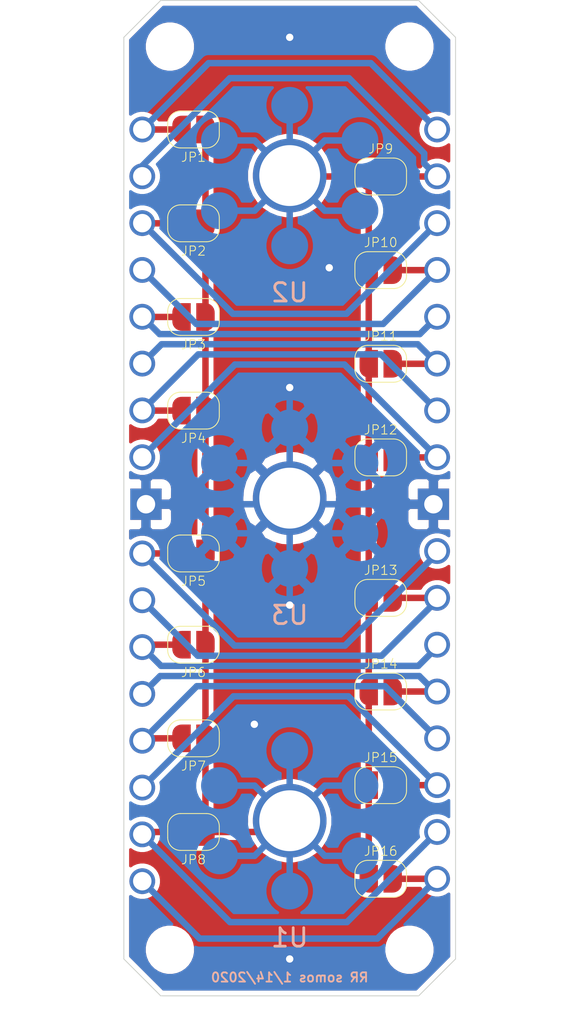
<source format=kicad_pcb>
(kicad_pcb (version 20171130) (host pcbnew 5.1.5-52549c5~84~ubuntu18.04.1)

  (general
    (thickness 1.6)
    (drawings 9)
    (tracks 171)
    (zones 0)
    (modules 29)
    (nets 20)
  )

  (page A4)
  (layers
    (0 F.Cu signal)
    (31 B.Cu signal)
    (32 B.Adhes user)
    (33 F.Adhes user)
    (34 B.Paste user)
    (35 F.Paste user)
    (36 B.SilkS user)
    (37 F.SilkS user)
    (38 B.Mask user)
    (39 F.Mask user)
    (40 Dwgs.User user)
    (41 Cmts.User user)
    (42 Eco1.User user)
    (43 Eco2.User user)
    (44 Edge.Cuts user)
    (45 Margin user)
    (46 B.CrtYd user)
    (47 F.CrtYd user)
    (48 B.Fab user)
    (49 F.Fab user)
  )

  (setup
    (last_trace_width 0.35)
    (trace_clearance 0.2)
    (zone_clearance 0.26)
    (zone_45_only no)
    (trace_min 0.2)
    (via_size 0.8)
    (via_drill 0.4)
    (via_min_size 0.4)
    (via_min_drill 0.3)
    (uvia_size 0.3)
    (uvia_drill 0.1)
    (uvias_allowed no)
    (uvia_min_size 0.2)
    (uvia_min_drill 0.1)
    (edge_width 0.05)
    (segment_width 0.2)
    (pcb_text_width 0.3)
    (pcb_text_size 1.5 1.5)
    (mod_edge_width 0.12)
    (mod_text_size 1 1)
    (mod_text_width 0.15)
    (pad_size 4 4)
    (pad_drill 3.3)
    (pad_to_mask_clearance 0.051)
    (solder_mask_min_width 0.25)
    (aux_axis_origin 0 0)
    (visible_elements FFFFFF7F)
    (pcbplotparams
      (layerselection 0x010fc_ffffffff)
      (usegerberextensions false)
      (usegerberattributes false)
      (usegerberadvancedattributes false)
      (creategerberjobfile false)
      (excludeedgelayer true)
      (linewidth 0.100000)
      (plotframeref false)
      (viasonmask false)
      (mode 1)
      (useauxorigin false)
      (hpglpennumber 1)
      (hpglpenspeed 20)
      (hpglpendiameter 15.000000)
      (psnegative false)
      (psa4output false)
      (plotreference true)
      (plotvalue true)
      (plotinvisibletext false)
      (padsonsilk false)
      (subtractmaskfromsilk false)
      (outputformat 1)
      (mirror false)
      (drillshape 0)
      (scaleselection 1)
      (outputdirectory "fab/"))
  )

  (net 0 "")
  (net 1 "Net-(J1-Pad1)")
  (net 2 "Net-(J1-Pad2)")
  (net 3 "Net-(J1-Pad3)")
  (net 4 "Net-(J1-Pad4)")
  (net 5 "Net-(J1-Pad5)")
  (net 6 "Net-(J1-Pad6)")
  (net 7 "Net-(J1-Pad7)")
  (net 8 "Net-(J1-Pad8)")
  (net 9 "Net-(J2-Pad8)")
  (net 10 "Net-(J2-Pad7)")
  (net 11 "Net-(J2-Pad6)")
  (net 12 "Net-(J2-Pad5)")
  (net 13 "Net-(J2-Pad4)")
  (net 14 "Net-(J2-Pad3)")
  (net 15 "Net-(J2-Pad2)")
  (net 16 "Net-(J2-Pad1)")
  (net 17 "Net-(JP1-Pad1)")
  (net 18 "Net-(JP10-Pad1)")
  (net 19 "Net-(J5-Pad1)")

  (net_class Default "This is the default net class."
    (clearance 0.2)
    (trace_width 0.35)
    (via_dia 0.8)
    (via_drill 0.4)
    (uvia_dia 0.3)
    (uvia_drill 0.1)
    (add_net "Net-(J1-Pad1)")
    (add_net "Net-(J1-Pad2)")
    (add_net "Net-(J1-Pad3)")
    (add_net "Net-(J1-Pad4)")
    (add_net "Net-(J1-Pad5)")
    (add_net "Net-(J1-Pad6)")
    (add_net "Net-(J1-Pad7)")
    (add_net "Net-(J1-Pad8)")
    (add_net "Net-(J2-Pad1)")
    (add_net "Net-(J2-Pad2)")
    (add_net "Net-(J2-Pad3)")
    (add_net "Net-(J2-Pad4)")
    (add_net "Net-(J2-Pad5)")
    (add_net "Net-(J2-Pad6)")
    (add_net "Net-(J2-Pad7)")
    (add_net "Net-(J2-Pad8)")
    (add_net "Net-(J5-Pad1)")
    (add_net "Net-(JP1-Pad1)")
    (add_net "Net-(JP10-Pad1)")
  )

  (module SOMOS:SolderJumper-2_P1.3mm_Open_RoundedPad1.0x1.5mm (layer F.Cu) (tedit 5E1E79A4) (tstamp 5E1F0853)
    (at 144.78 85.09 180)
    (descr "SMD Solder Jumper, 1x1.5mm, rounded Pads, 0.3mm gap, open")
    (tags "solder jumper open")
    (path /5E1F49E9)
    (attr virtual)
    (fp_text reference JP2 (at 0 -1.5) (layer F.SilkS)
      (effects (font (size 0.5 0.5) (thickness 0.05)))
    )
    (fp_text value Jumper (at 0 1.9 180) (layer F.Fab)
      (effects (font (size 1 1) (thickness 0.15)))
    )
    (fp_arc (start 0.7 -0.3) (end 1.4 -0.3) (angle -90) (layer F.SilkS) (width 0.05))
    (fp_arc (start 0.7 0.3) (end 0.7 1) (angle -90) (layer F.SilkS) (width 0.05))
    (fp_arc (start -0.7 0.3) (end -1.4 0.3) (angle -90) (layer F.SilkS) (width 0.05))
    (fp_arc (start -0.7 -0.3) (end -0.7 -1) (angle -90) (layer F.SilkS) (width 0.05))
    (fp_line (start -1.4 0.3) (end -1.4 -0.3) (layer F.SilkS) (width 0.05))
    (fp_line (start 0.7 1) (end -0.7 1) (layer F.SilkS) (width 0.05))
    (fp_line (start 1.4 -0.3) (end 1.4 0.3) (layer F.SilkS) (width 0.05))
    (fp_line (start -0.7 -1) (end 0.7 -1) (layer F.SilkS) (width 0.05))
    (fp_line (start -1.65 -1.25) (end 1.65 -1.25) (layer F.CrtYd) (width 0.05))
    (fp_line (start -1.65 -1.25) (end -1.65 1.25) (layer F.CrtYd) (width 0.05))
    (fp_line (start 1.65 1.25) (end 1.65 -1.25) (layer F.CrtYd) (width 0.05))
    (fp_line (start 1.65 1.25) (end -1.65 1.25) (layer F.CrtYd) (width 0.05))
    (pad 1 smd custom (at -0.65 0 180) (size 1 0.5) (layers F.Cu F.Mask)
      (net 17 "Net-(JP1-Pad1)") (zone_connect 2)
      (options (clearance outline) (anchor rect))
      (primitives
        (gr_circle (center 0 0.25) (end 0.5 0.25) (width 0))
        (gr_circle (center 0 -0.25) (end 0.5 -0.25) (width 0))
        (gr_poly (pts
           (xy 0 -0.75) (xy 0.5 -0.75) (xy 0.5 0.75) (xy 0 0.75)) (width 0))
      ))
    (pad 2 smd custom (at 0.65 0 180) (size 1 0.5) (layers F.Cu F.Mask)
      (net 3 "Net-(J1-Pad3)") (zone_connect 2)
      (options (clearance outline) (anchor rect))
      (primitives
        (gr_circle (center 0 0.25) (end 0.5 0.25) (width 0))
        (gr_circle (center 0 -0.25) (end 0.5 -0.25) (width 0))
        (gr_poly (pts
           (xy 0 -0.75) (xy -0.5 -0.75) (xy -0.5 0.75) (xy 0 0.75)) (width 0))
      ))
  )

  (module SOMOS:SolderJumper-2_P1.3mm_Open_RoundedPad1.0x1.5mm (layer F.Cu) (tedit 5E1E79A4) (tstamp 5E1F0841)
    (at 144.78 80 180)
    (descr "SMD Solder Jumper, 1x1.5mm, rounded Pads, 0.3mm gap, open")
    (tags "solder jumper open")
    (path /5E1F1EA9)
    (attr virtual)
    (fp_text reference JP1 (at 0 -1.5) (layer F.SilkS)
      (effects (font (size 0.5 0.5) (thickness 0.05)))
    )
    (fp_text value Jumper (at 0 1.9 180) (layer F.Fab)
      (effects (font (size 1 1) (thickness 0.15)))
    )
    (fp_arc (start 0.7 -0.3) (end 1.4 -0.3) (angle -90) (layer F.SilkS) (width 0.05))
    (fp_arc (start 0.7 0.3) (end 0.7 1) (angle -90) (layer F.SilkS) (width 0.05))
    (fp_arc (start -0.7 0.3) (end -1.4 0.3) (angle -90) (layer F.SilkS) (width 0.05))
    (fp_arc (start -0.7 -0.3) (end -0.7 -1) (angle -90) (layer F.SilkS) (width 0.05))
    (fp_line (start -1.4 0.3) (end -1.4 -0.3) (layer F.SilkS) (width 0.05))
    (fp_line (start 0.7 1) (end -0.7 1) (layer F.SilkS) (width 0.05))
    (fp_line (start 1.4 -0.3) (end 1.4 0.3) (layer F.SilkS) (width 0.05))
    (fp_line (start -0.7 -1) (end 0.7 -1) (layer F.SilkS) (width 0.05))
    (fp_line (start -1.65 -1.25) (end 1.65 -1.25) (layer F.CrtYd) (width 0.05))
    (fp_line (start -1.65 -1.25) (end -1.65 1.25) (layer F.CrtYd) (width 0.05))
    (fp_line (start 1.65 1.25) (end 1.65 -1.25) (layer F.CrtYd) (width 0.05))
    (fp_line (start 1.65 1.25) (end -1.65 1.25) (layer F.CrtYd) (width 0.05))
    (pad 1 smd custom (at -0.65 0 180) (size 1 0.5) (layers F.Cu F.Mask)
      (net 17 "Net-(JP1-Pad1)") (zone_connect 2)
      (options (clearance outline) (anchor rect))
      (primitives
        (gr_circle (center 0 0.25) (end 0.5 0.25) (width 0))
        (gr_circle (center 0 -0.25) (end 0.5 -0.25) (width 0))
        (gr_poly (pts
           (xy 0 -0.75) (xy 0.5 -0.75) (xy 0.5 0.75) (xy 0 0.75)) (width 0))
      ))
    (pad 2 smd custom (at 0.65 0 180) (size 1 0.5) (layers F.Cu F.Mask)
      (net 1 "Net-(J1-Pad1)") (zone_connect 2)
      (options (clearance outline) (anchor rect))
      (primitives
        (gr_circle (center 0 0.25) (end 0.5 0.25) (width 0))
        (gr_circle (center 0 -0.25) (end 0.5 -0.25) (width 0))
        (gr_poly (pts
           (xy 0 -0.75) (xy -0.5 -0.75) (xy -0.5 0.75) (xy 0 0.75)) (width 0))
      ))
  )

  (module SOMOS:SolderJumper-2_P1.3mm_Open_RoundedPad1.0x1.5mm (layer F.Cu) (tedit 5E1E79A4) (tstamp 5E1F0865)
    (at 144.78 90.17 180)
    (descr "SMD Solder Jumper, 1x1.5mm, rounded Pads, 0.3mm gap, open")
    (tags "solder jumper open")
    (path /5E1F4E58)
    (attr virtual)
    (fp_text reference JP3 (at 0 -1.5) (layer F.SilkS)
      (effects (font (size 0.5 0.5) (thickness 0.05)))
    )
    (fp_text value Jumper (at 0 1.9 180) (layer F.Fab)
      (effects (font (size 1 1) (thickness 0.15)))
    )
    (fp_arc (start 0.7 -0.3) (end 1.4 -0.3) (angle -90) (layer F.SilkS) (width 0.05))
    (fp_arc (start 0.7 0.3) (end 0.7 1) (angle -90) (layer F.SilkS) (width 0.05))
    (fp_arc (start -0.7 0.3) (end -1.4 0.3) (angle -90) (layer F.SilkS) (width 0.05))
    (fp_arc (start -0.7 -0.3) (end -0.7 -1) (angle -90) (layer F.SilkS) (width 0.05))
    (fp_line (start -1.4 0.3) (end -1.4 -0.3) (layer F.SilkS) (width 0.05))
    (fp_line (start 0.7 1) (end -0.7 1) (layer F.SilkS) (width 0.05))
    (fp_line (start 1.4 -0.3) (end 1.4 0.3) (layer F.SilkS) (width 0.05))
    (fp_line (start -0.7 -1) (end 0.7 -1) (layer F.SilkS) (width 0.05))
    (fp_line (start -1.65 -1.25) (end 1.65 -1.25) (layer F.CrtYd) (width 0.05))
    (fp_line (start -1.65 -1.25) (end -1.65 1.25) (layer F.CrtYd) (width 0.05))
    (fp_line (start 1.65 1.25) (end 1.65 -1.25) (layer F.CrtYd) (width 0.05))
    (fp_line (start 1.65 1.25) (end -1.65 1.25) (layer F.CrtYd) (width 0.05))
    (pad 1 smd custom (at -0.65 0 180) (size 1 0.5) (layers F.Cu F.Mask)
      (net 17 "Net-(JP1-Pad1)") (zone_connect 2)
      (options (clearance outline) (anchor rect))
      (primitives
        (gr_circle (center 0 0.25) (end 0.5 0.25) (width 0))
        (gr_circle (center 0 -0.25) (end 0.5 -0.25) (width 0))
        (gr_poly (pts
           (xy 0 -0.75) (xy 0.5 -0.75) (xy 0.5 0.75) (xy 0 0.75)) (width 0))
      ))
    (pad 2 smd custom (at 0.65 0 180) (size 1 0.5) (layers F.Cu F.Mask)
      (net 5 "Net-(J1-Pad5)") (zone_connect 2)
      (options (clearance outline) (anchor rect))
      (primitives
        (gr_circle (center 0 0.25) (end 0.5 0.25) (width 0))
        (gr_circle (center 0 -0.25) (end 0.5 -0.25) (width 0))
        (gr_poly (pts
           (xy 0 -0.75) (xy -0.5 -0.75) (xy -0.5 0.75) (xy 0 0.75)) (width 0))
      ))
  )

  (module SOMOS:SolderJumper-2_P1.3mm_Open_RoundedPad1.0x1.5mm (layer F.Cu) (tedit 5E1E79A4) (tstamp 5E1F0877)
    (at 144.78 95.25 180)
    (descr "SMD Solder Jumper, 1x1.5mm, rounded Pads, 0.3mm gap, open")
    (tags "solder jumper open")
    (path /5E1F511A)
    (attr virtual)
    (fp_text reference JP4 (at 0 -1.5) (layer F.SilkS)
      (effects (font (size 0.5 0.5) (thickness 0.05)))
    )
    (fp_text value Jumper (at 0 1.9 180) (layer F.Fab)
      (effects (font (size 1 1) (thickness 0.15)))
    )
    (fp_arc (start 0.7 -0.3) (end 1.4 -0.3) (angle -90) (layer F.SilkS) (width 0.05))
    (fp_arc (start 0.7 0.3) (end 0.7 1) (angle -90) (layer F.SilkS) (width 0.05))
    (fp_arc (start -0.7 0.3) (end -1.4 0.3) (angle -90) (layer F.SilkS) (width 0.05))
    (fp_arc (start -0.7 -0.3) (end -0.7 -1) (angle -90) (layer F.SilkS) (width 0.05))
    (fp_line (start -1.4 0.3) (end -1.4 -0.3) (layer F.SilkS) (width 0.05))
    (fp_line (start 0.7 1) (end -0.7 1) (layer F.SilkS) (width 0.05))
    (fp_line (start 1.4 -0.3) (end 1.4 0.3) (layer F.SilkS) (width 0.05))
    (fp_line (start -0.7 -1) (end 0.7 -1) (layer F.SilkS) (width 0.05))
    (fp_line (start -1.65 -1.25) (end 1.65 -1.25) (layer F.CrtYd) (width 0.05))
    (fp_line (start -1.65 -1.25) (end -1.65 1.25) (layer F.CrtYd) (width 0.05))
    (fp_line (start 1.65 1.25) (end 1.65 -1.25) (layer F.CrtYd) (width 0.05))
    (fp_line (start 1.65 1.25) (end -1.65 1.25) (layer F.CrtYd) (width 0.05))
    (pad 1 smd custom (at -0.65 0 180) (size 1 0.5) (layers F.Cu F.Mask)
      (net 17 "Net-(JP1-Pad1)") (zone_connect 2)
      (options (clearance outline) (anchor rect))
      (primitives
        (gr_circle (center 0 0.25) (end 0.5 0.25) (width 0))
        (gr_circle (center 0 -0.25) (end 0.5 -0.25) (width 0))
        (gr_poly (pts
           (xy 0 -0.75) (xy 0.5 -0.75) (xy 0.5 0.75) (xy 0 0.75)) (width 0))
      ))
    (pad 2 smd custom (at 0.65 0 180) (size 1 0.5) (layers F.Cu F.Mask)
      (net 7 "Net-(J1-Pad7)") (zone_connect 2)
      (options (clearance outline) (anchor rect))
      (primitives
        (gr_circle (center 0 0.25) (end 0.5 0.25) (width 0))
        (gr_circle (center 0 -0.25) (end 0.5 -0.25) (width 0))
        (gr_poly (pts
           (xy 0 -0.75) (xy -0.5 -0.75) (xy -0.5 0.75) (xy 0 0.75)) (width 0))
      ))
  )

  (module SOMOS:SolderJumper-2_P1.3mm_Open_RoundedPad1.0x1.5mm (layer F.Cu) (tedit 5E1E79A4) (tstamp 5E1F0889)
    (at 144.78 103 180)
    (descr "SMD Solder Jumper, 1x1.5mm, rounded Pads, 0.3mm gap, open")
    (tags "solder jumper open")
    (path /5E1F8DB1)
    (attr virtual)
    (fp_text reference JP5 (at 0 -1.5) (layer F.SilkS)
      (effects (font (size 0.5 0.5) (thickness 0.05)))
    )
    (fp_text value Jumper (at 0 1.9 180) (layer F.Fab)
      (effects (font (size 1 1) (thickness 0.15)))
    )
    (fp_arc (start 0.7 -0.3) (end 1.4 -0.3) (angle -90) (layer F.SilkS) (width 0.05))
    (fp_arc (start 0.7 0.3) (end 0.7 1) (angle -90) (layer F.SilkS) (width 0.05))
    (fp_arc (start -0.7 0.3) (end -1.4 0.3) (angle -90) (layer F.SilkS) (width 0.05))
    (fp_arc (start -0.7 -0.3) (end -0.7 -1) (angle -90) (layer F.SilkS) (width 0.05))
    (fp_line (start -1.4 0.3) (end -1.4 -0.3) (layer F.SilkS) (width 0.05))
    (fp_line (start 0.7 1) (end -0.7 1) (layer F.SilkS) (width 0.05))
    (fp_line (start 1.4 -0.3) (end 1.4 0.3) (layer F.SilkS) (width 0.05))
    (fp_line (start -0.7 -1) (end 0.7 -1) (layer F.SilkS) (width 0.05))
    (fp_line (start -1.65 -1.25) (end 1.65 -1.25) (layer F.CrtYd) (width 0.05))
    (fp_line (start -1.65 -1.25) (end -1.65 1.25) (layer F.CrtYd) (width 0.05))
    (fp_line (start 1.65 1.25) (end 1.65 -1.25) (layer F.CrtYd) (width 0.05))
    (fp_line (start 1.65 1.25) (end -1.65 1.25) (layer F.CrtYd) (width 0.05))
    (pad 1 smd custom (at -0.65 0 180) (size 1 0.5) (layers F.Cu F.Mask)
      (net 17 "Net-(JP1-Pad1)") (zone_connect 2)
      (options (clearance outline) (anchor rect))
      (primitives
        (gr_circle (center 0 0.25) (end 0.5 0.25) (width 0))
        (gr_circle (center 0 -0.25) (end 0.5 -0.25) (width 0))
        (gr_poly (pts
           (xy 0 -0.75) (xy 0.5 -0.75) (xy 0.5 0.75) (xy 0 0.75)) (width 0))
      ))
    (pad 2 smd custom (at 0.65 0 180) (size 1 0.5) (layers F.Cu F.Mask)
      (net 16 "Net-(J2-Pad1)") (zone_connect 2)
      (options (clearance outline) (anchor rect))
      (primitives
        (gr_circle (center 0 0.25) (end 0.5 0.25) (width 0))
        (gr_circle (center 0 -0.25) (end 0.5 -0.25) (width 0))
        (gr_poly (pts
           (xy 0 -0.75) (xy -0.5 -0.75) (xy -0.5 0.75) (xy 0 0.75)) (width 0))
      ))
  )

  (module SOMOS:SolderJumper-2_P1.3mm_Open_RoundedPad1.0x1.5mm (layer F.Cu) (tedit 5E1E79A4) (tstamp 5E1F089B)
    (at 144.78 107.95 180)
    (descr "SMD Solder Jumper, 1x1.5mm, rounded Pads, 0.3mm gap, open")
    (tags "solder jumper open")
    (path /5E1F9216)
    (attr virtual)
    (fp_text reference JP6 (at 0 -1.5) (layer F.SilkS)
      (effects (font (size 0.5 0.5) (thickness 0.05)))
    )
    (fp_text value Jumper (at 0 1.9 180) (layer F.Fab)
      (effects (font (size 1 1) (thickness 0.15)))
    )
    (fp_arc (start 0.7 -0.3) (end 1.4 -0.3) (angle -90) (layer F.SilkS) (width 0.05))
    (fp_arc (start 0.7 0.3) (end 0.7 1) (angle -90) (layer F.SilkS) (width 0.05))
    (fp_arc (start -0.7 0.3) (end -1.4 0.3) (angle -90) (layer F.SilkS) (width 0.05))
    (fp_arc (start -0.7 -0.3) (end -0.7 -1) (angle -90) (layer F.SilkS) (width 0.05))
    (fp_line (start -1.4 0.3) (end -1.4 -0.3) (layer F.SilkS) (width 0.05))
    (fp_line (start 0.7 1) (end -0.7 1) (layer F.SilkS) (width 0.05))
    (fp_line (start 1.4 -0.3) (end 1.4 0.3) (layer F.SilkS) (width 0.05))
    (fp_line (start -0.7 -1) (end 0.7 -1) (layer F.SilkS) (width 0.05))
    (fp_line (start -1.65 -1.25) (end 1.65 -1.25) (layer F.CrtYd) (width 0.05))
    (fp_line (start -1.65 -1.25) (end -1.65 1.25) (layer F.CrtYd) (width 0.05))
    (fp_line (start 1.65 1.25) (end 1.65 -1.25) (layer F.CrtYd) (width 0.05))
    (fp_line (start 1.65 1.25) (end -1.65 1.25) (layer F.CrtYd) (width 0.05))
    (pad 1 smd custom (at -0.65 0 180) (size 1 0.5) (layers F.Cu F.Mask)
      (net 17 "Net-(JP1-Pad1)") (zone_connect 2)
      (options (clearance outline) (anchor rect))
      (primitives
        (gr_circle (center 0 0.25) (end 0.5 0.25) (width 0))
        (gr_circle (center 0 -0.25) (end 0.5 -0.25) (width 0))
        (gr_poly (pts
           (xy 0 -0.75) (xy 0.5 -0.75) (xy 0.5 0.75) (xy 0 0.75)) (width 0))
      ))
    (pad 2 smd custom (at 0.65 0 180) (size 1 0.5) (layers F.Cu F.Mask)
      (net 14 "Net-(J2-Pad3)") (zone_connect 2)
      (options (clearance outline) (anchor rect))
      (primitives
        (gr_circle (center 0 0.25) (end 0.5 0.25) (width 0))
        (gr_circle (center 0 -0.25) (end 0.5 -0.25) (width 0))
        (gr_poly (pts
           (xy 0 -0.75) (xy -0.5 -0.75) (xy -0.5 0.75) (xy 0 0.75)) (width 0))
      ))
  )

  (module SOMOS:SolderJumper-2_P1.3mm_Open_RoundedPad1.0x1.5mm (layer F.Cu) (tedit 5E1E79A4) (tstamp 5E1F08AD)
    (at 144.78 113.03 180)
    (descr "SMD Solder Jumper, 1x1.5mm, rounded Pads, 0.3mm gap, open")
    (tags "solder jumper open")
    (path /5E1F9533)
    (attr virtual)
    (fp_text reference JP7 (at 0 -1.5) (layer F.SilkS)
      (effects (font (size 0.5 0.5) (thickness 0.05)))
    )
    (fp_text value Jumper (at 0 1.9 180) (layer F.Fab)
      (effects (font (size 1 1) (thickness 0.15)))
    )
    (fp_arc (start 0.7 -0.3) (end 1.4 -0.3) (angle -90) (layer F.SilkS) (width 0.05))
    (fp_arc (start 0.7 0.3) (end 0.7 1) (angle -90) (layer F.SilkS) (width 0.05))
    (fp_arc (start -0.7 0.3) (end -1.4 0.3) (angle -90) (layer F.SilkS) (width 0.05))
    (fp_arc (start -0.7 -0.3) (end -0.7 -1) (angle -90) (layer F.SilkS) (width 0.05))
    (fp_line (start -1.4 0.3) (end -1.4 -0.3) (layer F.SilkS) (width 0.05))
    (fp_line (start 0.7 1) (end -0.7 1) (layer F.SilkS) (width 0.05))
    (fp_line (start 1.4 -0.3) (end 1.4 0.3) (layer F.SilkS) (width 0.05))
    (fp_line (start -0.7 -1) (end 0.7 -1) (layer F.SilkS) (width 0.05))
    (fp_line (start -1.65 -1.25) (end 1.65 -1.25) (layer F.CrtYd) (width 0.05))
    (fp_line (start -1.65 -1.25) (end -1.65 1.25) (layer F.CrtYd) (width 0.05))
    (fp_line (start 1.65 1.25) (end 1.65 -1.25) (layer F.CrtYd) (width 0.05))
    (fp_line (start 1.65 1.25) (end -1.65 1.25) (layer F.CrtYd) (width 0.05))
    (pad 1 smd custom (at -0.65 0 180) (size 1 0.5) (layers F.Cu F.Mask)
      (net 17 "Net-(JP1-Pad1)") (zone_connect 2)
      (options (clearance outline) (anchor rect))
      (primitives
        (gr_circle (center 0 0.25) (end 0.5 0.25) (width 0))
        (gr_circle (center 0 -0.25) (end 0.5 -0.25) (width 0))
        (gr_poly (pts
           (xy 0 -0.75) (xy 0.5 -0.75) (xy 0.5 0.75) (xy 0 0.75)) (width 0))
      ))
    (pad 2 smd custom (at 0.65 0 180) (size 1 0.5) (layers F.Cu F.Mask)
      (net 12 "Net-(J2-Pad5)") (zone_connect 2)
      (options (clearance outline) (anchor rect))
      (primitives
        (gr_circle (center 0 0.25) (end 0.5 0.25) (width 0))
        (gr_circle (center 0 -0.25) (end 0.5 -0.25) (width 0))
        (gr_poly (pts
           (xy 0 -0.75) (xy -0.5 -0.75) (xy -0.5 0.75) (xy 0 0.75)) (width 0))
      ))
  )

  (module SOMOS:SolderJumper-2_P1.3mm_Open_RoundedPad1.0x1.5mm (layer F.Cu) (tedit 5E1E79A4) (tstamp 5E1F08BF)
    (at 144.78 118.11 180)
    (descr "SMD Solder Jumper, 1x1.5mm, rounded Pads, 0.3mm gap, open")
    (tags "solder jumper open")
    (path /5E1F985A)
    (attr virtual)
    (fp_text reference JP8 (at 0 -1.5) (layer F.SilkS)
      (effects (font (size 0.5 0.5) (thickness 0.05)))
    )
    (fp_text value Jumper (at 0 1.9 180) (layer F.Fab)
      (effects (font (size 1 1) (thickness 0.15)))
    )
    (fp_arc (start 0.7 -0.3) (end 1.4 -0.3) (angle -90) (layer F.SilkS) (width 0.05))
    (fp_arc (start 0.7 0.3) (end 0.7 1) (angle -90) (layer F.SilkS) (width 0.05))
    (fp_arc (start -0.7 0.3) (end -1.4 0.3) (angle -90) (layer F.SilkS) (width 0.05))
    (fp_arc (start -0.7 -0.3) (end -0.7 -1) (angle -90) (layer F.SilkS) (width 0.05))
    (fp_line (start -1.4 0.3) (end -1.4 -0.3) (layer F.SilkS) (width 0.05))
    (fp_line (start 0.7 1) (end -0.7 1) (layer F.SilkS) (width 0.05))
    (fp_line (start 1.4 -0.3) (end 1.4 0.3) (layer F.SilkS) (width 0.05))
    (fp_line (start -0.7 -1) (end 0.7 -1) (layer F.SilkS) (width 0.05))
    (fp_line (start -1.65 -1.25) (end 1.65 -1.25) (layer F.CrtYd) (width 0.05))
    (fp_line (start -1.65 -1.25) (end -1.65 1.25) (layer F.CrtYd) (width 0.05))
    (fp_line (start 1.65 1.25) (end 1.65 -1.25) (layer F.CrtYd) (width 0.05))
    (fp_line (start 1.65 1.25) (end -1.65 1.25) (layer F.CrtYd) (width 0.05))
    (pad 1 smd custom (at -0.65 0 180) (size 1 0.5) (layers F.Cu F.Mask)
      (net 17 "Net-(JP1-Pad1)") (zone_connect 2)
      (options (clearance outline) (anchor rect))
      (primitives
        (gr_circle (center 0 0.25) (end 0.5 0.25) (width 0))
        (gr_circle (center 0 -0.25) (end 0.5 -0.25) (width 0))
        (gr_poly (pts
           (xy 0 -0.75) (xy 0.5 -0.75) (xy 0.5 0.75) (xy 0 0.75)) (width 0))
      ))
    (pad 2 smd custom (at 0.65 0 180) (size 1 0.5) (layers F.Cu F.Mask)
      (net 10 "Net-(J2-Pad7)") (zone_connect 2)
      (options (clearance outline) (anchor rect))
      (primitives
        (gr_circle (center 0 0.25) (end 0.5 0.25) (width 0))
        (gr_circle (center 0 -0.25) (end 0.5 -0.25) (width 0))
        (gr_poly (pts
           (xy 0 -0.75) (xy -0.5 -0.75) (xy -0.5 0.75) (xy 0 0.75)) (width 0))
      ))
  )

  (module SOMOS:SolderJumper-2_P1.3mm_Open_RoundedPad1.0x1.5mm (layer F.Cu) (tedit 5E1E79A4) (tstamp 5E1F08D1)
    (at 154.94 82.55)
    (descr "SMD Solder Jumper, 1x1.5mm, rounded Pads, 0.3mm gap, open")
    (tags "solder jumper open")
    (path /5E24BCB1)
    (attr virtual)
    (fp_text reference JP9 (at 0 -1.5) (layer F.SilkS)
      (effects (font (size 0.5 0.5) (thickness 0.05)))
    )
    (fp_text value Jumper (at 0 1.9 180) (layer F.Fab)
      (effects (font (size 1 1) (thickness 0.15)))
    )
    (fp_arc (start 0.7 -0.3) (end 1.4 -0.3) (angle -90) (layer F.SilkS) (width 0.05))
    (fp_arc (start 0.7 0.3) (end 0.7 1) (angle -90) (layer F.SilkS) (width 0.05))
    (fp_arc (start -0.7 0.3) (end -1.4 0.3) (angle -90) (layer F.SilkS) (width 0.05))
    (fp_arc (start -0.7 -0.3) (end -0.7 -1) (angle -90) (layer F.SilkS) (width 0.05))
    (fp_line (start -1.4 0.3) (end -1.4 -0.3) (layer F.SilkS) (width 0.05))
    (fp_line (start 0.7 1) (end -0.7 1) (layer F.SilkS) (width 0.05))
    (fp_line (start 1.4 -0.3) (end 1.4 0.3) (layer F.SilkS) (width 0.05))
    (fp_line (start -0.7 -1) (end 0.7 -1) (layer F.SilkS) (width 0.05))
    (fp_line (start -1.65 -1.25) (end 1.65 -1.25) (layer F.CrtYd) (width 0.05))
    (fp_line (start -1.65 -1.25) (end -1.65 1.25) (layer F.CrtYd) (width 0.05))
    (fp_line (start 1.65 1.25) (end 1.65 -1.25) (layer F.CrtYd) (width 0.05))
    (fp_line (start 1.65 1.25) (end -1.65 1.25) (layer F.CrtYd) (width 0.05))
    (pad 1 smd custom (at -0.65 0) (size 1 0.5) (layers F.Cu F.Mask)
      (net 18 "Net-(JP10-Pad1)") (zone_connect 2)
      (options (clearance outline) (anchor rect))
      (primitives
        (gr_circle (center 0 0.25) (end 0.5 0.25) (width 0))
        (gr_circle (center 0 -0.25) (end 0.5 -0.25) (width 0))
        (gr_poly (pts
           (xy 0 -0.75) (xy 0.5 -0.75) (xy 0.5 0.75) (xy 0 0.75)) (width 0))
      ))
    (pad 2 smd custom (at 0.65 0) (size 1 0.5) (layers F.Cu F.Mask)
      (net 2 "Net-(J1-Pad2)") (zone_connect 2)
      (options (clearance outline) (anchor rect))
      (primitives
        (gr_circle (center 0 0.25) (end 0.5 0.25) (width 0))
        (gr_circle (center 0 -0.25) (end 0.5 -0.25) (width 0))
        (gr_poly (pts
           (xy 0 -0.75) (xy -0.5 -0.75) (xy -0.5 0.75) (xy 0 0.75)) (width 0))
      ))
  )

  (module SOMOS:SolderJumper-2_P1.3mm_Open_RoundedPad1.0x1.5mm (layer F.Cu) (tedit 5E1E79A4) (tstamp 5E1F08E3)
    (at 154.94 87.63)
    (descr "SMD Solder Jumper, 1x1.5mm, rounded Pads, 0.3mm gap, open")
    (tags "solder jumper open")
    (path /5E24BCAB)
    (attr virtual)
    (fp_text reference JP10 (at 0 -1.5) (layer F.SilkS)
      (effects (font (size 0.5 0.5) (thickness 0.05)))
    )
    (fp_text value Jumper (at 0 1.9 180) (layer F.Fab)
      (effects (font (size 1 1) (thickness 0.15)))
    )
    (fp_arc (start 0.7 -0.3) (end 1.4 -0.3) (angle -90) (layer F.SilkS) (width 0.05))
    (fp_arc (start 0.7 0.3) (end 0.7 1) (angle -90) (layer F.SilkS) (width 0.05))
    (fp_arc (start -0.7 0.3) (end -1.4 0.3) (angle -90) (layer F.SilkS) (width 0.05))
    (fp_arc (start -0.7 -0.3) (end -0.7 -1) (angle -90) (layer F.SilkS) (width 0.05))
    (fp_line (start -1.4 0.3) (end -1.4 -0.3) (layer F.SilkS) (width 0.05))
    (fp_line (start 0.7 1) (end -0.7 1) (layer F.SilkS) (width 0.05))
    (fp_line (start 1.4 -0.3) (end 1.4 0.3) (layer F.SilkS) (width 0.05))
    (fp_line (start -0.7 -1) (end 0.7 -1) (layer F.SilkS) (width 0.05))
    (fp_line (start -1.65 -1.25) (end 1.65 -1.25) (layer F.CrtYd) (width 0.05))
    (fp_line (start -1.65 -1.25) (end -1.65 1.25) (layer F.CrtYd) (width 0.05))
    (fp_line (start 1.65 1.25) (end 1.65 -1.25) (layer F.CrtYd) (width 0.05))
    (fp_line (start 1.65 1.25) (end -1.65 1.25) (layer F.CrtYd) (width 0.05))
    (pad 1 smd custom (at -0.65 0) (size 1 0.5) (layers F.Cu F.Mask)
      (net 18 "Net-(JP10-Pad1)") (zone_connect 2)
      (options (clearance outline) (anchor rect))
      (primitives
        (gr_circle (center 0 0.25) (end 0.5 0.25) (width 0))
        (gr_circle (center 0 -0.25) (end 0.5 -0.25) (width 0))
        (gr_poly (pts
           (xy 0 -0.75) (xy 0.5 -0.75) (xy 0.5 0.75) (xy 0 0.75)) (width 0))
      ))
    (pad 2 smd custom (at 0.65 0) (size 1 0.5) (layers F.Cu F.Mask)
      (net 4 "Net-(J1-Pad4)") (zone_connect 2)
      (options (clearance outline) (anchor rect))
      (primitives
        (gr_circle (center 0 0.25) (end 0.5 0.25) (width 0))
        (gr_circle (center 0 -0.25) (end 0.5 -0.25) (width 0))
        (gr_poly (pts
           (xy 0 -0.75) (xy -0.5 -0.75) (xy -0.5 0.75) (xy 0 0.75)) (width 0))
      ))
  )

  (module SOMOS:SolderJumper-2_P1.3mm_Open_RoundedPad1.0x1.5mm (layer F.Cu) (tedit 5E1E79A4) (tstamp 5E1F08F5)
    (at 154.94 92.71)
    (descr "SMD Solder Jumper, 1x1.5mm, rounded Pads, 0.3mm gap, open")
    (tags "solder jumper open")
    (path /5E24BCA5)
    (attr virtual)
    (fp_text reference JP11 (at 0 -1.5) (layer F.SilkS)
      (effects (font (size 0.5 0.5) (thickness 0.05)))
    )
    (fp_text value Jumper (at 0 1.9 180) (layer F.Fab)
      (effects (font (size 1 1) (thickness 0.15)))
    )
    (fp_arc (start 0.7 -0.3) (end 1.4 -0.3) (angle -90) (layer F.SilkS) (width 0.05))
    (fp_arc (start 0.7 0.3) (end 0.7 1) (angle -90) (layer F.SilkS) (width 0.05))
    (fp_arc (start -0.7 0.3) (end -1.4 0.3) (angle -90) (layer F.SilkS) (width 0.05))
    (fp_arc (start -0.7 -0.3) (end -0.7 -1) (angle -90) (layer F.SilkS) (width 0.05))
    (fp_line (start -1.4 0.3) (end -1.4 -0.3) (layer F.SilkS) (width 0.05))
    (fp_line (start 0.7 1) (end -0.7 1) (layer F.SilkS) (width 0.05))
    (fp_line (start 1.4 -0.3) (end 1.4 0.3) (layer F.SilkS) (width 0.05))
    (fp_line (start -0.7 -1) (end 0.7 -1) (layer F.SilkS) (width 0.05))
    (fp_line (start -1.65 -1.25) (end 1.65 -1.25) (layer F.CrtYd) (width 0.05))
    (fp_line (start -1.65 -1.25) (end -1.65 1.25) (layer F.CrtYd) (width 0.05))
    (fp_line (start 1.65 1.25) (end 1.65 -1.25) (layer F.CrtYd) (width 0.05))
    (fp_line (start 1.65 1.25) (end -1.65 1.25) (layer F.CrtYd) (width 0.05))
    (pad 1 smd custom (at -0.65 0) (size 1 0.5) (layers F.Cu F.Mask)
      (net 18 "Net-(JP10-Pad1)") (zone_connect 2)
      (options (clearance outline) (anchor rect))
      (primitives
        (gr_circle (center 0 0.25) (end 0.5 0.25) (width 0))
        (gr_circle (center 0 -0.25) (end 0.5 -0.25) (width 0))
        (gr_poly (pts
           (xy 0 -0.75) (xy 0.5 -0.75) (xy 0.5 0.75) (xy 0 0.75)) (width 0))
      ))
    (pad 2 smd custom (at 0.65 0) (size 1 0.5) (layers F.Cu F.Mask)
      (net 6 "Net-(J1-Pad6)") (zone_connect 2)
      (options (clearance outline) (anchor rect))
      (primitives
        (gr_circle (center 0 0.25) (end 0.5 0.25) (width 0))
        (gr_circle (center 0 -0.25) (end 0.5 -0.25) (width 0))
        (gr_poly (pts
           (xy 0 -0.75) (xy -0.5 -0.75) (xy -0.5 0.75) (xy 0 0.75)) (width 0))
      ))
  )

  (module SOMOS:SolderJumper-2_P1.3mm_Open_RoundedPad1.0x1.5mm (layer F.Cu) (tedit 5E1E79A4) (tstamp 5E1F2581)
    (at 154.94 105.41)
    (descr "SMD Solder Jumper, 1x1.5mm, rounded Pads, 0.3mm gap, open")
    (tags "solder jumper open")
    (path /5E24BC97)
    (attr virtual)
    (fp_text reference JP13 (at 0 -1.5) (layer F.SilkS)
      (effects (font (size 0.5 0.5) (thickness 0.05)))
    )
    (fp_text value Jumper (at 0 1.9 180) (layer F.Fab)
      (effects (font (size 1 1) (thickness 0.15)))
    )
    (fp_arc (start 0.7 -0.3) (end 1.4 -0.3) (angle -90) (layer F.SilkS) (width 0.05))
    (fp_arc (start 0.7 0.3) (end 0.7 1) (angle -90) (layer F.SilkS) (width 0.05))
    (fp_arc (start -0.7 0.3) (end -1.4 0.3) (angle -90) (layer F.SilkS) (width 0.05))
    (fp_arc (start -0.7 -0.3) (end -0.7 -1) (angle -90) (layer F.SilkS) (width 0.05))
    (fp_line (start -1.4 0.3) (end -1.4 -0.3) (layer F.SilkS) (width 0.05))
    (fp_line (start 0.7 1) (end -0.7 1) (layer F.SilkS) (width 0.05))
    (fp_line (start 1.4 -0.3) (end 1.4 0.3) (layer F.SilkS) (width 0.05))
    (fp_line (start -0.7 -1) (end 0.7 -1) (layer F.SilkS) (width 0.05))
    (fp_line (start -1.65 -1.25) (end 1.65 -1.25) (layer F.CrtYd) (width 0.05))
    (fp_line (start -1.65 -1.25) (end -1.65 1.25) (layer F.CrtYd) (width 0.05))
    (fp_line (start 1.65 1.25) (end 1.65 -1.25) (layer F.CrtYd) (width 0.05))
    (fp_line (start 1.65 1.25) (end -1.65 1.25) (layer F.CrtYd) (width 0.05))
    (pad 1 smd custom (at -0.65 0) (size 1 0.5) (layers F.Cu F.Mask)
      (net 18 "Net-(JP10-Pad1)") (zone_connect 2)
      (options (clearance outline) (anchor rect))
      (primitives
        (gr_circle (center 0 0.25) (end 0.5 0.25) (width 0))
        (gr_circle (center 0 -0.25) (end 0.5 -0.25) (width 0))
        (gr_poly (pts
           (xy 0 -0.75) (xy 0.5 -0.75) (xy 0.5 0.75) (xy 0 0.75)) (width 0))
      ))
    (pad 2 smd custom (at 0.65 0) (size 1 0.5) (layers F.Cu F.Mask)
      (net 15 "Net-(J2-Pad2)") (zone_connect 2)
      (options (clearance outline) (anchor rect))
      (primitives
        (gr_circle (center 0 0.25) (end 0.5 0.25) (width 0))
        (gr_circle (center 0 -0.25) (end 0.5 -0.25) (width 0))
        (gr_poly (pts
           (xy 0 -0.75) (xy -0.5 -0.75) (xy -0.5 0.75) (xy 0 0.75)) (width 0))
      ))
  )

  (module SOMOS:SolderJumper-2_P1.3mm_Open_RoundedPad1.0x1.5mm (layer F.Cu) (tedit 5E1E79A4) (tstamp 5E1F092B)
    (at 154.94 110.49)
    (descr "SMD Solder Jumper, 1x1.5mm, rounded Pads, 0.3mm gap, open")
    (tags "solder jumper open")
    (path /5E24BC91)
    (attr virtual)
    (fp_text reference JP14 (at 0 -1.5) (layer F.SilkS)
      (effects (font (size 0.5 0.5) (thickness 0.05)))
    )
    (fp_text value Jumper (at 0 1.9 180) (layer F.Fab)
      (effects (font (size 1 1) (thickness 0.15)))
    )
    (fp_arc (start 0.7 -0.3) (end 1.4 -0.3) (angle -90) (layer F.SilkS) (width 0.05))
    (fp_arc (start 0.7 0.3) (end 0.7 1) (angle -90) (layer F.SilkS) (width 0.05))
    (fp_arc (start -0.7 0.3) (end -1.4 0.3) (angle -90) (layer F.SilkS) (width 0.05))
    (fp_arc (start -0.7 -0.3) (end -0.7 -1) (angle -90) (layer F.SilkS) (width 0.05))
    (fp_line (start -1.4 0.3) (end -1.4 -0.3) (layer F.SilkS) (width 0.05))
    (fp_line (start 0.7 1) (end -0.7 1) (layer F.SilkS) (width 0.05))
    (fp_line (start 1.4 -0.3) (end 1.4 0.3) (layer F.SilkS) (width 0.05))
    (fp_line (start -0.7 -1) (end 0.7 -1) (layer F.SilkS) (width 0.05))
    (fp_line (start -1.65 -1.25) (end 1.65 -1.25) (layer F.CrtYd) (width 0.05))
    (fp_line (start -1.65 -1.25) (end -1.65 1.25) (layer F.CrtYd) (width 0.05))
    (fp_line (start 1.65 1.25) (end 1.65 -1.25) (layer F.CrtYd) (width 0.05))
    (fp_line (start 1.65 1.25) (end -1.65 1.25) (layer F.CrtYd) (width 0.05))
    (pad 1 smd custom (at -0.65 0) (size 1 0.5) (layers F.Cu F.Mask)
      (net 18 "Net-(JP10-Pad1)") (zone_connect 2)
      (options (clearance outline) (anchor rect))
      (primitives
        (gr_circle (center 0 0.25) (end 0.5 0.25) (width 0))
        (gr_circle (center 0 -0.25) (end 0.5 -0.25) (width 0))
        (gr_poly (pts
           (xy 0 -0.75) (xy 0.5 -0.75) (xy 0.5 0.75) (xy 0 0.75)) (width 0))
      ))
    (pad 2 smd custom (at 0.65 0) (size 1 0.5) (layers F.Cu F.Mask)
      (net 13 "Net-(J2-Pad4)") (zone_connect 2)
      (options (clearance outline) (anchor rect))
      (primitives
        (gr_circle (center 0 0.25) (end 0.5 0.25) (width 0))
        (gr_circle (center 0 -0.25) (end 0.5 -0.25) (width 0))
        (gr_poly (pts
           (xy 0 -0.75) (xy -0.5 -0.75) (xy -0.5 0.75) (xy 0 0.75)) (width 0))
      ))
  )

  (module SOMOS:SolderJumper-2_P1.3mm_Open_RoundedPad1.0x1.5mm (layer F.Cu) (tedit 5E1E79A4) (tstamp 5E1F1826)
    (at 154.94 115.57)
    (descr "SMD Solder Jumper, 1x1.5mm, rounded Pads, 0.3mm gap, open")
    (tags "solder jumper open")
    (path /5E24BC8B)
    (attr virtual)
    (fp_text reference JP15 (at 0 -1.5) (layer F.SilkS)
      (effects (font (size 0.5 0.5) (thickness 0.05)))
    )
    (fp_text value Jumper (at 0 1.9 180) (layer F.Fab)
      (effects (font (size 1 1) (thickness 0.15)))
    )
    (fp_arc (start 0.7 -0.3) (end 1.4 -0.3) (angle -90) (layer F.SilkS) (width 0.05))
    (fp_arc (start 0.7 0.3) (end 0.7 1) (angle -90) (layer F.SilkS) (width 0.05))
    (fp_arc (start -0.7 0.3) (end -1.4 0.3) (angle -90) (layer F.SilkS) (width 0.05))
    (fp_arc (start -0.7 -0.3) (end -0.7 -1) (angle -90) (layer F.SilkS) (width 0.05))
    (fp_line (start -1.4 0.3) (end -1.4 -0.3) (layer F.SilkS) (width 0.05))
    (fp_line (start 0.7 1) (end -0.7 1) (layer F.SilkS) (width 0.05))
    (fp_line (start 1.4 -0.3) (end 1.4 0.3) (layer F.SilkS) (width 0.05))
    (fp_line (start -0.7 -1) (end 0.7 -1) (layer F.SilkS) (width 0.05))
    (fp_line (start -1.65 -1.25) (end 1.65 -1.25) (layer F.CrtYd) (width 0.05))
    (fp_line (start -1.65 -1.25) (end -1.65 1.25) (layer F.CrtYd) (width 0.05))
    (fp_line (start 1.65 1.25) (end 1.65 -1.25) (layer F.CrtYd) (width 0.05))
    (fp_line (start 1.65 1.25) (end -1.65 1.25) (layer F.CrtYd) (width 0.05))
    (pad 1 smd custom (at -0.65 0) (size 1 0.5) (layers F.Cu F.Mask)
      (net 18 "Net-(JP10-Pad1)") (zone_connect 2)
      (options (clearance outline) (anchor rect))
      (primitives
        (gr_circle (center 0 0.25) (end 0.5 0.25) (width 0))
        (gr_circle (center 0 -0.25) (end 0.5 -0.25) (width 0))
        (gr_poly (pts
           (xy 0 -0.75) (xy 0.5 -0.75) (xy 0.5 0.75) (xy 0 0.75)) (width 0))
      ))
    (pad 2 smd custom (at 0.65 0) (size 1 0.5) (layers F.Cu F.Mask)
      (net 11 "Net-(J2-Pad6)") (zone_connect 2)
      (options (clearance outline) (anchor rect))
      (primitives
        (gr_circle (center 0 0.25) (end 0.5 0.25) (width 0))
        (gr_circle (center 0 -0.25) (end 0.5 -0.25) (width 0))
        (gr_poly (pts
           (xy 0 -0.75) (xy -0.5 -0.75) (xy -0.5 0.75) (xy 0 0.75)) (width 0))
      ))
  )

  (module SOMOS:SolderJumper-2_P1.3mm_Open_RoundedPad1.0x1.5mm (layer F.Cu) (tedit 5E1E79A4) (tstamp 5E1F094F)
    (at 154.94 120.65)
    (descr "SMD Solder Jumper, 1x1.5mm, rounded Pads, 0.3mm gap, open")
    (tags "solder jumper open")
    (path /5E24BC85)
    (attr virtual)
    (fp_text reference JP16 (at 0 -1.5) (layer F.SilkS)
      (effects (font (size 0.5 0.5) (thickness 0.05)))
    )
    (fp_text value Jumper (at 0 1.9 180) (layer F.Fab)
      (effects (font (size 1 1) (thickness 0.15)))
    )
    (fp_arc (start 0.7 -0.3) (end 1.4 -0.3) (angle -90) (layer F.SilkS) (width 0.05))
    (fp_arc (start 0.7 0.3) (end 0.7 1) (angle -90) (layer F.SilkS) (width 0.05))
    (fp_arc (start -0.7 0.3) (end -1.4 0.3) (angle -90) (layer F.SilkS) (width 0.05))
    (fp_arc (start -0.7 -0.3) (end -0.7 -1) (angle -90) (layer F.SilkS) (width 0.05))
    (fp_line (start -1.4 0.3) (end -1.4 -0.3) (layer F.SilkS) (width 0.05))
    (fp_line (start 0.7 1) (end -0.7 1) (layer F.SilkS) (width 0.05))
    (fp_line (start 1.4 -0.3) (end 1.4 0.3) (layer F.SilkS) (width 0.05))
    (fp_line (start -0.7 -1) (end 0.7 -1) (layer F.SilkS) (width 0.05))
    (fp_line (start -1.65 -1.25) (end 1.65 -1.25) (layer F.CrtYd) (width 0.05))
    (fp_line (start -1.65 -1.25) (end -1.65 1.25) (layer F.CrtYd) (width 0.05))
    (fp_line (start 1.65 1.25) (end 1.65 -1.25) (layer F.CrtYd) (width 0.05))
    (fp_line (start 1.65 1.25) (end -1.65 1.25) (layer F.CrtYd) (width 0.05))
    (pad 1 smd custom (at -0.65 0) (size 1 0.5) (layers F.Cu F.Mask)
      (net 18 "Net-(JP10-Pad1)") (zone_connect 2)
      (options (clearance outline) (anchor rect))
      (primitives
        (gr_circle (center 0 0.25) (end 0.5 0.25) (width 0))
        (gr_circle (center 0 -0.25) (end 0.5 -0.25) (width 0))
        (gr_poly (pts
           (xy 0 -0.75) (xy 0.5 -0.75) (xy 0.5 0.75) (xy 0 0.75)) (width 0))
      ))
    (pad 2 smd custom (at 0.65 0) (size 1 0.5) (layers F.Cu F.Mask)
      (net 9 "Net-(J2-Pad8)") (zone_connect 2)
      (options (clearance outline) (anchor rect))
      (primitives
        (gr_circle (center 0 0.25) (end 0.5 0.25) (width 0))
        (gr_circle (center 0 -0.25) (end 0.5 -0.25) (width 0))
        (gr_poly (pts
           (xy 0 -0.75) (xy -0.5 -0.75) (xy -0.5 0.75) (xy 0 0.75)) (width 0))
      ))
  )

  (module SOMOS:SolderJumper-2_P1.3mm_Open_RoundedPad1.0x1.5mm (layer F.Cu) (tedit 5E1E79A4) (tstamp 5E1F2876)
    (at 154.94 97.79)
    (descr "SMD Solder Jumper, 1x1.5mm, rounded Pads, 0.3mm gap, open")
    (tags "solder jumper open")
    (path /5E24BC9F)
    (attr virtual)
    (fp_text reference JP12 (at 0 -1.5) (layer F.SilkS)
      (effects (font (size 0.5 0.5) (thickness 0.05)))
    )
    (fp_text value Jumper (at 0 1.9 180) (layer F.Fab)
      (effects (font (size 1 1) (thickness 0.15)))
    )
    (fp_arc (start 0.7 -0.3) (end 1.4 -0.3) (angle -90) (layer F.SilkS) (width 0.05))
    (fp_arc (start 0.7 0.3) (end 0.7 1) (angle -90) (layer F.SilkS) (width 0.05))
    (fp_arc (start -0.7 0.3) (end -1.4 0.3) (angle -90) (layer F.SilkS) (width 0.05))
    (fp_arc (start -0.7 -0.3) (end -0.7 -1) (angle -90) (layer F.SilkS) (width 0.05))
    (fp_line (start -1.4 0.3) (end -1.4 -0.3) (layer F.SilkS) (width 0.05))
    (fp_line (start 0.7 1) (end -0.7 1) (layer F.SilkS) (width 0.05))
    (fp_line (start 1.4 -0.3) (end 1.4 0.3) (layer F.SilkS) (width 0.05))
    (fp_line (start -0.7 -1) (end 0.7 -1) (layer F.SilkS) (width 0.05))
    (fp_line (start -1.65 -1.25) (end 1.65 -1.25) (layer F.CrtYd) (width 0.05))
    (fp_line (start -1.65 -1.25) (end -1.65 1.25) (layer F.CrtYd) (width 0.05))
    (fp_line (start 1.65 1.25) (end 1.65 -1.25) (layer F.CrtYd) (width 0.05))
    (fp_line (start 1.65 1.25) (end -1.65 1.25) (layer F.CrtYd) (width 0.05))
    (pad 1 smd custom (at -0.65 0) (size 1 0.5) (layers F.Cu F.Mask)
      (net 18 "Net-(JP10-Pad1)") (zone_connect 2)
      (options (clearance outline) (anchor rect))
      (primitives
        (gr_circle (center 0 0.25) (end 0.5 0.25) (width 0))
        (gr_circle (center 0 -0.25) (end 0.5 -0.25) (width 0))
        (gr_poly (pts
           (xy 0 -0.75) (xy 0.5 -0.75) (xy 0.5 0.75) (xy 0 0.75)) (width 0))
      ))
    (pad 2 smd custom (at 0.65 0) (size 1 0.5) (layers F.Cu F.Mask)
      (net 8 "Net-(J1-Pad8)") (zone_connect 2)
      (options (clearance outline) (anchor rect))
      (primitives
        (gr_circle (center 0 0.25) (end 0.5 0.25) (width 0))
        (gr_circle (center 0 -0.25) (end 0.5 -0.25) (width 0))
        (gr_poly (pts
           (xy 0 -0.75) (xy -0.5 -0.75) (xy -0.5 0.75) (xy 0 0.75)) (width 0))
      ))
  )

  (module SOMOS:PinHeader_1x01_P2.54mm_Vertical (layer F.Cu) (tedit 5E1E7819) (tstamp 5E1F2C77)
    (at 142.2 100.33)
    (descr "Through hole straight pin header, 1x01, 2.54mm pitch, single row")
    (tags "Through hole pin header THT 1x01 2.54mm single row")
    (path /5E29AA57)
    (fp_text reference J5 (at 0 -2.33) (layer F.SilkS) hide
      (effects (font (size 1 1) (thickness 0.15)))
    )
    (fp_text value Conn_01x01_Female (at 0 2.33) (layer F.Fab)
      (effects (font (size 1 1) (thickness 0.15)))
    )
    (fp_line (start -1.27 -0.635) (end -0.635 -1.27) (layer F.Fab) (width 0.1))
    (fp_line (start -1.27 1.27) (end -1.27 -0.635) (layer F.Fab) (width 0.1))
    (fp_line (start 1.27 1.27) (end -1.27 1.27) (layer F.Fab) (width 0.1))
    (fp_line (start 1.27 -1.27) (end 1.27 1.27) (layer F.Fab) (width 0.1))
    (fp_line (start -0.635 -1.27) (end 1.27 -1.27) (layer F.Fab) (width 0.1))
    (fp_text user %R (at 0 0 90) (layer F.Fab)
      (effects (font (size 1 1) (thickness 0.15)))
    )
    (pad 1 thru_hole rect (at 0 0) (size 1.7 1.7) (drill 1) (layers *.Cu *.Mask)
      (net 19 "Net-(J5-Pad1)"))
    (model ${KISYS3DMOD}/Connector_PinHeader_2.54mm.3dshapes/PinHeader_1x01_P2.54mm_Vertical.wrl
      (at (xyz 0 0 0))
      (scale (xyz 1 1 1))
      (rotate (xyz 0 0 0))
    )
  )

  (module SOMOS:PinHeader_1x01_P2.54mm_Vertical (layer F.Cu) (tedit 5E1E7819) (tstamp 5E1F2C8C)
    (at 157.8 100.33)
    (descr "Through hole straight pin header, 1x01, 2.54mm pitch, single row")
    (tags "Through hole pin header THT 1x01 2.54mm single row")
    (path /5E29A127)
    (fp_text reference J6 (at 0 -2.33) (layer F.SilkS) hide
      (effects (font (size 1 1) (thickness 0.15)))
    )
    (fp_text value Conn_01x01_Female (at 0 2.33) (layer F.Fab)
      (effects (font (size 1 1) (thickness 0.15)))
    )
    (fp_line (start -1.27 -0.635) (end -0.635 -1.27) (layer F.Fab) (width 0.1))
    (fp_line (start -1.27 1.27) (end -1.27 -0.635) (layer F.Fab) (width 0.1))
    (fp_line (start 1.27 1.27) (end -1.27 1.27) (layer F.Fab) (width 0.1))
    (fp_line (start 1.27 -1.27) (end 1.27 1.27) (layer F.Fab) (width 0.1))
    (fp_line (start -0.635 -1.27) (end 1.27 -1.27) (layer F.Fab) (width 0.1))
    (fp_text user %R (at 0 0 90) (layer F.Fab)
      (effects (font (size 1 1) (thickness 0.15)))
    )
    (pad 1 thru_hole rect (at 0 0) (size 1.7 1.7) (drill 1) (layers *.Cu *.Mask)
      (net 19 "Net-(J5-Pad1)"))
    (model ${KISYS3DMOD}/Connector_PinHeader_2.54mm.3dshapes/PinHeader_1x01_P2.54mm_Vertical.wrl
      (at (xyz 0 0 0))
      (scale (xyz 1 1 1))
      (rotate (xyz 0 0 0))
    )
  )

  (module MountingHole:MountingHole_2.1mm (layer F.Cu) (tedit 5B924765) (tstamp 5E1F395A)
    (at 143.5 124.5)
    (descr "Mounting Hole 2.1mm, no annular")
    (tags "mounting hole 2.1mm no annular")
    (attr virtual)
    (fp_text reference REF** (at 0 -3.2) (layer F.SilkS) hide
      (effects (font (size 1 1) (thickness 0.15)))
    )
    (fp_text value MountingHole_2.1mm (at 0 3.2) (layer F.Fab)
      (effects (font (size 1 1) (thickness 0.15)))
    )
    (fp_text user %R (at 0 0) (layer F.Fab)
      (effects (font (size 1 1) (thickness 0.15)))
    )
    (fp_circle (center 0 0) (end 2.1 0) (layer Cmts.User) (width 0.15))
    (fp_circle (center 0 0) (end 2.35 0) (layer F.CrtYd) (width 0.05))
    (pad "" np_thru_hole circle (at 0 0) (size 2.1 2.1) (drill 2.1) (layers *.Cu *.Mask))
  )

  (module MountingHole:MountingHole_2.1mm (layer F.Cu) (tedit 5B924765) (tstamp 5E1F395A)
    (at 156.5 124.5)
    (descr "Mounting Hole 2.1mm, no annular")
    (tags "mounting hole 2.1mm no annular")
    (attr virtual)
    (fp_text reference REF** (at 0 -3.2) (layer F.SilkS) hide
      (effects (font (size 1 1) (thickness 0.15)))
    )
    (fp_text value MountingHole_2.1mm (at 0 3.2) (layer F.Fab)
      (effects (font (size 1 1) (thickness 0.15)))
    )
    (fp_text user %R (at 0 0) (layer F.Fab)
      (effects (font (size 1 1) (thickness 0.15)))
    )
    (fp_circle (center 0 0) (end 2.1 0) (layer Cmts.User) (width 0.15))
    (fp_circle (center 0 0) (end 2.35 0) (layer F.CrtYd) (width 0.05))
    (pad "" np_thru_hole circle (at 0 0) (size 2.1 2.1) (drill 2.1) (layers *.Cu *.Mask))
  )

  (module MountingHole:MountingHole_2.1mm (layer F.Cu) (tedit 5B924765) (tstamp 5E1F395A)
    (at 143.5 75.5)
    (descr "Mounting Hole 2.1mm, no annular")
    (tags "mounting hole 2.1mm no annular")
    (attr virtual)
    (fp_text reference REF** (at 0 -3.2) (layer F.SilkS) hide
      (effects (font (size 1 1) (thickness 0.15)))
    )
    (fp_text value MountingHole_2.1mm (at 0 3.2) (layer F.Fab)
      (effects (font (size 1 1) (thickness 0.15)))
    )
    (fp_text user %R (at 0 0) (layer F.Fab)
      (effects (font (size 1 1) (thickness 0.15)))
    )
    (fp_circle (center 0 0) (end 2.1 0) (layer Cmts.User) (width 0.15))
    (fp_circle (center 0 0) (end 2.35 0) (layer F.CrtYd) (width 0.05))
    (pad "" np_thru_hole circle (at 0 0) (size 2.1 2.1) (drill 2.1) (layers *.Cu *.Mask))
  )

  (module MountingHole:MountingHole_2.1mm (layer F.Cu) (tedit 5B924765) (tstamp 5E1F37A4)
    (at 156.5 75.5)
    (descr "Mounting Hole 2.1mm, no annular")
    (tags "mounting hole 2.1mm no annular")
    (attr virtual)
    (fp_text reference REF** (at 0 -3.2) (layer F.SilkS) hide
      (effects (font (size 1 1) (thickness 0.15)))
    )
    (fp_text value MountingHole_2.1mm (at 0 3.2) (layer F.Fab)
      (effects (font (size 1 1) (thickness 0.15)))
    )
    (fp_circle (center 0 0) (end 2.35 0) (layer F.CrtYd) (width 0.05))
    (fp_circle (center 0 0) (end 2.1 0) (layer Cmts.User) (width 0.15))
    (fp_text user %R (at 0 0) (layer F.Fab)
      (effects (font (size 1 1) (thickness 0.15)))
    )
    (pad "" np_thru_hole circle (at 0 0) (size 2.1 2.1) (drill 2.1) (layers *.Cu *.Mask))
  )

  (module SOMOS:PinHeader_1x08_P2.54mm_Vertical (layer F.Cu) (tedit 5E1D3C65) (tstamp 5E1F07F9)
    (at 142 80)
    (descr "Through hole straight pin header, 1x08, 2.54mm pitch, single row")
    (tags "Through hole pin header THT 1x08 2.54mm single row")
    (path /5E1E719F)
    (fp_text reference J1 (at 1.27 -5.08) (layer F.SilkS) hide
      (effects (font (size 1 1) (thickness 0.15)))
    )
    (fp_text value Conn_01x08_Female (at 0 20.11) (layer F.Fab)
      (effects (font (size 1 1) (thickness 0.15)))
    )
    (fp_line (start -1.27 19.05) (end 1.27 19.05) (layer Dwgs.User) (width 0.1))
    (fp_text user %R (at 0 8.89 90) (layer F.Fab)
      (effects (font (size 1 1) (thickness 0.15)))
    )
    (fp_line (start -1.27 -0.635) (end -0.635 -1.27) (layer F.Fab) (width 0.1))
    (fp_line (start -1.27 19.05) (end -1.27 -0.635) (layer F.Fab) (width 0.1))
    (fp_line (start 1.27 -1.27) (end 1.27 19.05) (layer F.Fab) (width 0.1))
    (fp_line (start -0.635 -1.27) (end 1.27 -1.27) (layer F.Fab) (width 0.1))
    (pad 8 thru_hole circle (at 0 17.78) (size 1.4 1.4) (drill 1) (layers *.Cu *.Mask)
      (net 8 "Net-(J1-Pad8)"))
    (pad 7 thru_hole circle (at 0 15.24) (size 1.4 1.4) (drill 1) (layers *.Cu *.Mask)
      (net 7 "Net-(J1-Pad7)"))
    (pad 6 thru_hole circle (at 0 12.7) (size 1.4 1.4) (drill 1) (layers *.Cu *.Mask)
      (net 6 "Net-(J1-Pad6)"))
    (pad 5 thru_hole circle (at 0 10.16) (size 1.4 1.4) (drill 1) (layers *.Cu *.Mask)
      (net 5 "Net-(J1-Pad5)"))
    (pad 4 thru_hole circle (at 0 7.62) (size 1.4 1.4) (drill 1) (layers *.Cu *.Mask)
      (net 4 "Net-(J1-Pad4)"))
    (pad 3 thru_hole circle (at 0 5.08) (size 1.4 1.4) (drill 1) (layers *.Cu *.Mask)
      (net 3 "Net-(J1-Pad3)"))
    (pad 2 thru_hole circle (at 0 2.54) (size 1.4 1.4) (drill 1) (layers *.Cu *.Mask)
      (net 2 "Net-(J1-Pad2)"))
    (pad 1 thru_hole circle (at 0 0) (size 1.4 1.4) (drill 1) (layers *.Cu *.Mask)
      (net 1 "Net-(J1-Pad1)"))
  )

  (module SOMOS:PinHeader_1x08_P2.54mm_Vertical (layer F.Cu) (tedit 5E1D3C65) (tstamp 5E1F080B)
    (at 142 103)
    (descr "Through hole straight pin header, 1x08, 2.54mm pitch, single row")
    (tags "Through hole pin header THT 1x08 2.54mm single row")
    (path /5E1E50F8)
    (fp_text reference J2 (at 1.27 -5.08) (layer F.SilkS) hide
      (effects (font (size 1 1) (thickness 0.15)))
    )
    (fp_text value Conn_01x08_Female (at 0 20.11) (layer F.Fab)
      (effects (font (size 1 1) (thickness 0.15)))
    )
    (fp_line (start -1.27 19.05) (end 1.27 19.05) (layer Dwgs.User) (width 0.1))
    (fp_text user %R (at 0 8.89 90) (layer F.Fab)
      (effects (font (size 1 1) (thickness 0.15)))
    )
    (fp_line (start -1.27 -0.635) (end -0.635 -1.27) (layer F.Fab) (width 0.1))
    (fp_line (start -1.27 19.05) (end -1.27 -0.635) (layer F.Fab) (width 0.1))
    (fp_line (start 1.27 -1.27) (end 1.27 19.05) (layer F.Fab) (width 0.1))
    (fp_line (start -0.635 -1.27) (end 1.27 -1.27) (layer F.Fab) (width 0.1))
    (pad 8 thru_hole circle (at 0 17.78) (size 1.4 1.4) (drill 1) (layers *.Cu *.Mask)
      (net 9 "Net-(J2-Pad8)"))
    (pad 7 thru_hole circle (at 0 15.24) (size 1.4 1.4) (drill 1) (layers *.Cu *.Mask)
      (net 10 "Net-(J2-Pad7)"))
    (pad 6 thru_hole circle (at 0 12.7) (size 1.4 1.4) (drill 1) (layers *.Cu *.Mask)
      (net 11 "Net-(J2-Pad6)"))
    (pad 5 thru_hole circle (at 0 10.16) (size 1.4 1.4) (drill 1) (layers *.Cu *.Mask)
      (net 12 "Net-(J2-Pad5)"))
    (pad 4 thru_hole circle (at 0 7.62) (size 1.4 1.4) (drill 1) (layers *.Cu *.Mask)
      (net 13 "Net-(J2-Pad4)"))
    (pad 3 thru_hole circle (at 0 5.08) (size 1.4 1.4) (drill 1) (layers *.Cu *.Mask)
      (net 14 "Net-(J2-Pad3)"))
    (pad 2 thru_hole circle (at 0 2.54) (size 1.4 1.4) (drill 1) (layers *.Cu *.Mask)
      (net 15 "Net-(J2-Pad2)"))
    (pad 1 thru_hole circle (at 0 0) (size 1.4 1.4) (drill 1) (layers *.Cu *.Mask)
      (net 16 "Net-(J2-Pad1)"))
  )

  (module SOMOS:PinHeader_1x08_P2.54mm_Vertical (layer F.Cu) (tedit 5E1D3C65) (tstamp 5E1F081D)
    (at 158 102.87)
    (descr "Through hole straight pin header, 1x08, 2.54mm pitch, single row")
    (tags "Through hole pin header THT 1x08 2.54mm single row")
    (path /5E1E7E29)
    (fp_text reference J3 (at 1.27 -5.08) (layer F.SilkS) hide
      (effects (font (size 1 1) (thickness 0.15)))
    )
    (fp_text value Conn_01x08_Female (at 0 20.11) (layer F.Fab)
      (effects (font (size 1 1) (thickness 0.15)))
    )
    (fp_line (start -1.27 19.05) (end 1.27 19.05) (layer Dwgs.User) (width 0.1))
    (fp_text user %R (at 0 8.89 90) (layer F.Fab)
      (effects (font (size 1 1) (thickness 0.15)))
    )
    (fp_line (start -1.27 -0.635) (end -0.635 -1.27) (layer F.Fab) (width 0.1))
    (fp_line (start -1.27 19.05) (end -1.27 -0.635) (layer F.Fab) (width 0.1))
    (fp_line (start 1.27 -1.27) (end 1.27 19.05) (layer F.Fab) (width 0.1))
    (fp_line (start -0.635 -1.27) (end 1.27 -1.27) (layer F.Fab) (width 0.1))
    (pad 8 thru_hole circle (at 0 17.78) (size 1.4 1.4) (drill 1) (layers *.Cu *.Mask)
      (net 9 "Net-(J2-Pad8)"))
    (pad 7 thru_hole circle (at 0 15.24) (size 1.4 1.4) (drill 1) (layers *.Cu *.Mask)
      (net 10 "Net-(J2-Pad7)"))
    (pad 6 thru_hole circle (at 0 12.7) (size 1.4 1.4) (drill 1) (layers *.Cu *.Mask)
      (net 11 "Net-(J2-Pad6)"))
    (pad 5 thru_hole circle (at 0 10.16) (size 1.4 1.4) (drill 1) (layers *.Cu *.Mask)
      (net 12 "Net-(J2-Pad5)"))
    (pad 4 thru_hole circle (at 0 7.62) (size 1.4 1.4) (drill 1) (layers *.Cu *.Mask)
      (net 13 "Net-(J2-Pad4)"))
    (pad 3 thru_hole circle (at 0 5.08) (size 1.4 1.4) (drill 1) (layers *.Cu *.Mask)
      (net 14 "Net-(J2-Pad3)"))
    (pad 2 thru_hole circle (at 0 2.54) (size 1.4 1.4) (drill 1) (layers *.Cu *.Mask)
      (net 15 "Net-(J2-Pad2)"))
    (pad 1 thru_hole circle (at 0 0) (size 1.4 1.4) (drill 1) (layers *.Cu *.Mask)
      (net 16 "Net-(J2-Pad1)"))
  )

  (module SOMOS:PinHeader_1x08_P2.54mm_Vertical (layer F.Cu) (tedit 5E1D3C65) (tstamp 5E1F082F)
    (at 158 80)
    (descr "Through hole straight pin header, 1x08, 2.54mm pitch, single row")
    (tags "Through hole pin header THT 1x08 2.54mm single row")
    (path /5E1E77A2)
    (fp_text reference J4 (at 1.27 -5.08) (layer F.SilkS) hide
      (effects (font (size 1 1) (thickness 0.15)))
    )
    (fp_text value Conn_01x08_Female (at 0 20.11) (layer F.Fab)
      (effects (font (size 1 1) (thickness 0.15)))
    )
    (fp_line (start -1.27 19.05) (end 1.27 19.05) (layer Dwgs.User) (width 0.1))
    (fp_text user %R (at 0 8.89 90) (layer F.Fab)
      (effects (font (size 1 1) (thickness 0.15)))
    )
    (fp_line (start -1.27 -0.635) (end -0.635 -1.27) (layer F.Fab) (width 0.1))
    (fp_line (start -1.27 19.05) (end -1.27 -0.635) (layer F.Fab) (width 0.1))
    (fp_line (start 1.27 -1.27) (end 1.27 19.05) (layer F.Fab) (width 0.1))
    (fp_line (start -0.635 -1.27) (end 1.27 -1.27) (layer F.Fab) (width 0.1))
    (pad 8 thru_hole circle (at 0 17.78) (size 1.4 1.4) (drill 1) (layers *.Cu *.Mask)
      (net 8 "Net-(J1-Pad8)"))
    (pad 7 thru_hole circle (at 0 15.24) (size 1.4 1.4) (drill 1) (layers *.Cu *.Mask)
      (net 7 "Net-(J1-Pad7)"))
    (pad 6 thru_hole circle (at 0 12.7) (size 1.4 1.4) (drill 1) (layers *.Cu *.Mask)
      (net 6 "Net-(J1-Pad6)"))
    (pad 5 thru_hole circle (at 0 10.16) (size 1.4 1.4) (drill 1) (layers *.Cu *.Mask)
      (net 5 "Net-(J1-Pad5)"))
    (pad 4 thru_hole circle (at 0 7.62) (size 1.4 1.4) (drill 1) (layers *.Cu *.Mask)
      (net 4 "Net-(J1-Pad4)"))
    (pad 3 thru_hole circle (at 0 5.08) (size 1.4 1.4) (drill 1) (layers *.Cu *.Mask)
      (net 3 "Net-(J1-Pad3)"))
    (pad 2 thru_hole circle (at 0 2.54) (size 1.4 1.4) (drill 1) (layers *.Cu *.Mask)
      (net 2 "Net-(J1-Pad2)"))
    (pad 1 thru_hole circle (at 0 0) (size 1.4 1.4) (drill 1) (layers *.Cu *.Mask)
      (net 1 "Net-(J1-Pad1)"))
  )

  (module SOMOS:SOMOS_ELECTRODE (layer B.Cu) (tedit 5E1E7447) (tstamp 5E1F095A)
    (at 150 117.5)
    (path /5E1F0769)
    (fp_text reference U1 (at 0 6.35) (layer B.SilkS)
      (effects (font (size 1 1) (thickness 0.15)) (justify mirror))
    )
    (fp_text value ElectrodePad (at 0 5.08) (layer B.Fab)
      (effects (font (size 1 1) (thickness 0.15)) (justify mirror))
    )
    (pad 1 smd circle (at -3.81 -1.905) (size 2 2) (layers B.Cu B.Paste B.Mask)
      (net 17 "Net-(JP1-Pad1)"))
    (pad 1 smd circle (at 3.81 -1.905) (size 2 2) (layers B.Cu B.Paste B.Mask)
      (net 17 "Net-(JP1-Pad1)"))
    (pad 1 smd circle (at 3.81 1.905) (size 2 2) (layers B.Cu B.Paste B.Mask)
      (net 17 "Net-(JP1-Pad1)"))
    (pad 1 smd circle (at -3.81 1.905) (size 2 2) (layers B.Cu B.Paste B.Mask)
      (net 17 "Net-(JP1-Pad1)"))
    (pad 1 smd circle (at 0 -3.81) (size 2 2) (layers B.Cu B.Paste B.Mask)
      (net 17 "Net-(JP1-Pad1)"))
    (pad 1 smd circle (at 0 3.81) (size 2 2) (layers B.Cu B.Paste B.Mask)
      (net 17 "Net-(JP1-Pad1)"))
    (pad 1 thru_hole circle (at 0 0) (size 4 4) (drill 3.3) (layers *.Cu *.Mask)
      (net 17 "Net-(JP1-Pad1)"))
  )

  (module SOMOS:SOMOS_ELECTRODE (layer B.Cu) (tedit 5E1E7479) (tstamp 5E1F1D27)
    (at 150 82.5)
    (path /5E20931B)
    (fp_text reference U2 (at 0 6.35) (layer B.SilkS)
      (effects (font (size 1 1) (thickness 0.15)) (justify mirror))
    )
    (fp_text value ElectrodePad (at 0 5.08) (layer B.Fab)
      (effects (font (size 1 1) (thickness 0.15)) (justify mirror))
    )
    (pad 1 smd circle (at -3.81 -1.905) (size 2 2) (layers B.Cu B.Paste B.Mask)
      (net 18 "Net-(JP10-Pad1)"))
    (pad 1 smd circle (at 3.81 -1.905) (size 2 2) (layers B.Cu B.Paste B.Mask)
      (net 18 "Net-(JP10-Pad1)"))
    (pad 1 smd circle (at 3.81 1.905) (size 2 2) (layers B.Cu B.Paste B.Mask)
      (net 18 "Net-(JP10-Pad1)"))
    (pad 1 smd circle (at -3.81 1.905) (size 2 2) (layers B.Cu B.Paste B.Mask)
      (net 18 "Net-(JP10-Pad1)"))
    (pad 1 smd circle (at 0 -3.81) (size 2 2) (layers B.Cu B.Paste B.Mask)
      (net 18 "Net-(JP10-Pad1)"))
    (pad 1 smd circle (at 0 3.81) (size 2 2) (layers B.Cu B.Paste B.Mask)
      (net 18 "Net-(JP10-Pad1)"))
    (pad 1 thru_hole circle (at 0 0) (size 4 4) (drill 3.3) (layers *.Cu *.Mask)
      (net 18 "Net-(JP10-Pad1)"))
  )

  (module SOMOS:SOMOS_ELECTRODE (layer B.Cu) (tedit 5E1E74A1) (tstamp 5E1F2C97)
    (at 150 100)
    (path /5E298AB1)
    (fp_text reference U3 (at 0 6.35) (layer B.SilkS)
      (effects (font (size 1 1) (thickness 0.15)) (justify mirror))
    )
    (fp_text value ElectrodePad (at 0 5.08) (layer B.Fab)
      (effects (font (size 1 1) (thickness 0.15)) (justify mirror))
    )
    (pad 1 thru_hole circle (at 0 0) (size 4 4) (drill 3.3) (layers *.Cu *.Mask)
      (net 19 "Net-(J5-Pad1)"))
    (pad 1 smd circle (at 0 3.81) (size 2 2) (layers B.Cu B.Paste B.Mask)
      (net 19 "Net-(J5-Pad1)"))
    (pad 1 smd circle (at 0 -3.81) (size 2 2) (layers B.Cu B.Paste B.Mask)
      (net 19 "Net-(J5-Pad1)"))
    (pad 1 smd circle (at -3.81 1.905) (size 2 2) (layers B.Cu B.Paste B.Mask)
      (net 19 "Net-(J5-Pad1)"))
    (pad 1 smd circle (at 3.81 1.905) (size 2 2) (layers B.Cu B.Paste B.Mask)
      (net 19 "Net-(J5-Pad1)"))
    (pad 1 smd circle (at 3.81 -1.905) (size 2 2) (layers B.Cu B.Paste B.Mask)
      (net 19 "Net-(J5-Pad1)"))
    (pad 1 smd circle (at -3.81 -1.905) (size 2 2) (layers B.Cu B.Paste B.Mask)
      (net 19 "Net-(J5-Pad1)"))
  )

  (gr_text "RR somos 1/14/2020" (at 150 126) (layer B.SilkS)
    (effects (font (size 0.5 0.5) (thickness 0.1)) (justify mirror))
  )
  (gr_line (start 143 127) (end 157 127) (layer Edge.Cuts) (width 0.05) (tstamp 5E1F2024))
  (gr_line (start 141 125) (end 143 127) (layer Edge.Cuts) (width 0.05))
  (gr_line (start 141 75) (end 141 125) (layer Edge.Cuts) (width 0.05))
  (gr_line (start 143 73) (end 141 75) (layer Edge.Cuts) (width 0.05))
  (gr_line (start 157 73) (end 143 73) (layer Edge.Cuts) (width 0.05))
  (gr_line (start 159 75) (end 157 73) (layer Edge.Cuts) (width 0.05))
  (gr_line (start 159 125) (end 159 75) (layer Edge.Cuts) (width 0.05))
  (gr_line (start 157 127) (end 159 125) (layer Edge.Cuts) (width 0.05))

  (via (at 150 75) (size 0.8) (drill 0.4) (layers F.Cu B.Cu) (net 19))
  (via (at 150 125) (size 0.8) (drill 0.4) (layers F.Cu B.Cu) (net 19))
  (segment (start 144.35 80) (end 142 80) (width 0.35) (layer F.Cu) (net 1) (status 30))
  (segment (start 154.765989 76.765989) (end 157.300001 79.300001) (width 0.35) (layer B.Cu) (net 1))
  (segment (start 157.300001 79.300001) (end 158 80) (width 0.35) (layer B.Cu) (net 1) (status 20))
  (segment (start 142 80) (end 145.234011 76.765989) (width 0.35) (layer B.Cu) (net 1) (status 10))
  (segment (start 154.4 76.4) (end 154.765989 76.765989) (width 0.35) (layer B.Cu) (net 1))
  (segment (start 145.234011 76.765989) (end 145.6 76.4) (width 0.35) (layer B.Cu) (net 1))
  (segment (start 145.6 76.4) (end 154.4 76.4) (width 0.35) (layer B.Cu) (net 1))
  (segment (start 157.99 82.55) (end 158 82.54) (width 0.35) (layer F.Cu) (net 2) (status 30))
  (segment (start 155.59 82.55) (end 157.99 82.55) (width 0.35) (layer F.Cu) (net 2) (status 30))
  (segment (start 157.300001 81.840001) (end 158 82.54) (width 0.35) (layer B.Cu) (net 2) (status 20))
  (segment (start 157.300001 81.300001) (end 157.300001 81.840001) (width 0.35) (layer B.Cu) (net 2))
  (segment (start 153.216 77.216) (end 157.300001 81.300001) (width 0.35) (layer B.Cu) (net 2))
  (segment (start 146.754 77.216) (end 153.216 77.216) (width 0.35) (layer B.Cu) (net 2))
  (segment (start 142 82.54) (end 142 81.97) (width 0.35) (layer B.Cu) (net 2))
  (segment (start 142 81.97) (end 146.754 77.216) (width 0.35) (layer B.Cu) (net 2))
  (segment (start 142.01 85.09) (end 142 85.08) (width 0.35) (layer F.Cu) (net 3) (status 30))
  (segment (start 144.13 85.09) (end 142.01 85.09) (width 0.35) (layer F.Cu) (net 3) (status 30))
  (segment (start 146.92 90) (end 153.08 90) (width 0.35) (layer B.Cu) (net 3))
  (segment (start 153.08 90) (end 157.300001 85.779999) (width 0.35) (layer B.Cu) (net 3))
  (segment (start 157.300001 85.779999) (end 158 85.08) (width 0.35) (layer B.Cu) (net 3))
  (segment (start 142 85.08) (end 146.92 90) (width 0.35) (layer B.Cu) (net 3))
  (segment (start 157.99 87.63) (end 158 87.62) (width 0.35) (layer F.Cu) (net 4) (status 30))
  (segment (start 155.59 87.63) (end 157.99 87.63) (width 0.35) (layer F.Cu) (net 4) (status 30))
  (segment (start 144.930011 90.550011) (end 155.069989 90.550011) (width 0.35) (layer B.Cu) (net 4))
  (segment (start 155.069989 90.550011) (end 157.300001 88.319999) (width 0.35) (layer B.Cu) (net 4))
  (segment (start 142 87.62) (end 144.930011 90.550011) (width 0.35) (layer B.Cu) (net 4))
  (segment (start 157.300001 88.319999) (end 158 87.62) (width 0.35) (layer B.Cu) (net 4))
  (segment (start 142.01 90.17) (end 142 90.16) (width 0.35) (layer F.Cu) (net 5) (status 30))
  (segment (start 144.13 90.17) (end 142.01 90.17) (width 0.35) (layer F.Cu) (net 5) (status 30))
  (segment (start 157.300001 90.859999) (end 158 90.16) (width 0.35) (layer B.Cu) (net 5))
  (segment (start 142.940022 91.100022) (end 157.059978 91.100022) (width 0.35) (layer B.Cu) (net 5))
  (segment (start 157.059978 91.100022) (end 157.300001 90.859999) (width 0.35) (layer B.Cu) (net 5))
  (segment (start 142 90.16) (end 142.940022 91.100022) (width 0.35) (layer B.Cu) (net 5))
  (segment (start 157.99 92.71) (end 158 92.7) (width 0.35) (layer F.Cu) (net 6) (status 30))
  (segment (start 155.59 92.71) (end 157.99 92.71) (width 0.35) (layer F.Cu) (net 6) (status 30))
  (segment (start 143.049967 91.650033) (end 156.950033 91.650033) (width 0.35) (layer B.Cu) (net 6))
  (segment (start 157.300001 92.000001) (end 158 92.7) (width 0.35) (layer B.Cu) (net 6))
  (segment (start 156.950033 91.650033) (end 157.300001 92.000001) (width 0.35) (layer B.Cu) (net 6))
  (segment (start 142 92.7) (end 143.049967 91.650033) (width 0.35) (layer B.Cu) (net 6))
  (segment (start 142.01 95.25) (end 142 95.24) (width 0.35) (layer F.Cu) (net 7) (status 30))
  (segment (start 144.13 95.25) (end 142.01 95.25) (width 0.35) (layer F.Cu) (net 7) (status 30))
  (segment (start 157.300001 94.540001) (end 158 95.24) (width 0.35) (layer B.Cu) (net 7))
  (segment (start 154.960044 92.200044) (end 157.300001 94.540001) (width 0.35) (layer B.Cu) (net 7))
  (segment (start 145.039956 92.200044) (end 154.960044 92.200044) (width 0.35) (layer B.Cu) (net 7))
  (segment (start 142 95.24) (end 145.039956 92.200044) (width 0.35) (layer B.Cu) (net 7))
  (segment (start 157.99 97.79) (end 158 97.78) (width 0.35) (layer F.Cu) (net 8) (status 30))
  (segment (start 155.59 97.79) (end 157.99 97.79) (width 0.35) (layer F.Cu) (net 8) (status 30))
  (segment (start 142 97.78) (end 147.029945 92.750055) (width 0.35) (layer B.Cu) (net 8))
  (segment (start 147.029945 92.750055) (end 152.970055 92.750055) (width 0.35) (layer B.Cu) (net 8))
  (segment (start 157.300001 97.080001) (end 158 97.78) (width 0.35) (layer B.Cu) (net 8))
  (segment (start 152.970055 92.750055) (end 157.300001 97.080001) (width 0.35) (layer B.Cu) (net 8))
  (segment (start 157.87 120.65) (end 158 120.78) (width 0.35) (layer F.Cu) (net 9) (status 30))
  (segment (start 155.59 120.65) (end 157.87 120.65) (width 0.35) (layer F.Cu) (net 9) (status 30))
  (segment (start 154.755989 123.894011) (end 157.300001 121.349999) (width 0.35) (layer B.Cu) (net 9))
  (segment (start 157.300001 121.349999) (end 158 120.65) (width 0.35) (layer B.Cu) (net 9) (status 20))
  (segment (start 142 120.78) (end 145.114011 123.894011) (width 0.35) (layer B.Cu) (net 9) (status 10))
  (segment (start 145.114011 123.894011) (end 154.755989 123.894011) (width 0.35) (layer B.Cu) (net 9))
  (segment (start 142.13 118.11) (end 142 118.24) (width 0.35) (layer F.Cu) (net 10) (status 30))
  (segment (start 144.13 118.11) (end 142.13 118.11) (width 0.35) (layer F.Cu) (net 10) (status 30))
  (segment (start 157.300001 118.809999) (end 158 118.11) (width 0.35) (layer B.Cu) (net 10) (status 20))
  (segment (start 153.11 123) (end 157.300001 118.809999) (width 0.35) (layer B.Cu) (net 10))
  (segment (start 142 118.24) (end 146.76 123) (width 0.35) (layer B.Cu) (net 10))
  (segment (start 146.76 123) (end 153.11 123) (width 0.35) (layer B.Cu) (net 10))
  (segment (start 157.87 115.57) (end 158 115.7) (width 0.35) (layer F.Cu) (net 11) (status 30))
  (segment (start 155.59 115.57) (end 157.87 115.57) (width 0.35) (layer F.Cu) (net 11) (status 30))
  (segment (start 142 115.7) (end 146.949945 110.750055) (width 0.35) (layer B.Cu) (net 11))
  (segment (start 146.949945 110.750055) (end 153.180055 110.750055) (width 0.35) (layer B.Cu) (net 11))
  (segment (start 157.300001 114.870001) (end 158 115.57) (width 0.35) (layer B.Cu) (net 11))
  (segment (start 153.180055 110.750055) (end 157.300001 114.870001) (width 0.35) (layer B.Cu) (net 11))
  (segment (start 142.13 113.03) (end 142 113.16) (width 0.35) (layer F.Cu) (net 12) (status 30))
  (segment (start 144.13 113.03) (end 142.13 113.03) (width 0.35) (layer F.Cu) (net 12) (status 30))
  (segment (start 142 113.16) (end 144.959956 110.200044) (width 0.35) (layer B.Cu) (net 12))
  (segment (start 155.170044 110.200044) (end 157.300001 112.330001) (width 0.35) (layer B.Cu) (net 12))
  (segment (start 157.300001 112.330001) (end 158 113.03) (width 0.35) (layer B.Cu) (net 12))
  (segment (start 144.959956 110.200044) (end 155.170044 110.200044) (width 0.35) (layer B.Cu) (net 12))
  (segment (start 157.87 110.49) (end 158 110.62) (width 0.35) (layer F.Cu) (net 13) (status 30))
  (segment (start 155.59 110.49) (end 157.87 110.49) (width 0.35) (layer F.Cu) (net 13) (status 30))
  (segment (start 157.030033 109.650033) (end 158 110.62) (width 0.35) (layer B.Cu) (net 13))
  (segment (start 142.969967 109.650033) (end 157.030033 109.650033) (width 0.35) (layer B.Cu) (net 13))
  (segment (start 142 110.62) (end 142.969967 109.650033) (width 0.35) (layer B.Cu) (net 13))
  (segment (start 142.13 107.95) (end 142 108.08) (width 0.35) (layer F.Cu) (net 14) (status 30))
  (segment (start 144.13 107.95) (end 142.13 107.95) (width 0.35) (layer F.Cu) (net 14) (status 30))
  (segment (start 156.979978 109.100022) (end 158 108.08) (width 0.35) (layer B.Cu) (net 14))
  (segment (start 143.020022 109.100022) (end 156.979978 109.100022) (width 0.35) (layer B.Cu) (net 14))
  (segment (start 142 108.08) (end 143.020022 109.100022) (width 0.35) (layer B.Cu) (net 14))
  (segment (start 157.87 105.41) (end 158 105.54) (width 0.35) (layer F.Cu) (net 15) (status 30))
  (segment (start 155.59 105.41) (end 157.87 105.41) (width 0.35) (layer F.Cu) (net 15) (status 30))
  (segment (start 145.010011 108.550011) (end 154.989989 108.550011) (width 0.35) (layer B.Cu) (net 15))
  (segment (start 142 105.54) (end 145.010011 108.550011) (width 0.35) (layer B.Cu) (net 15))
  (segment (start 154.989989 108.550011) (end 158 105.54) (width 0.35) (layer B.Cu) (net 15))
  (segment (start 144.13 103) (end 142 103) (width 0.35) (layer F.Cu) (net 16) (status 30))
  (segment (start 153 108) (end 158 103) (width 0.35) (layer B.Cu) (net 16))
  (segment (start 147 108) (end 153 108) (width 0.35) (layer B.Cu) (net 16))
  (segment (start 142 103) (end 147 108) (width 0.35) (layer B.Cu) (net 16))
  (segment (start 149.89 118.11) (end 150 118) (width 0.35) (layer F.Cu) (net 17) (status 30))
  (segment (start 145.43 118.11) (end 149.89 118.11) (width 0.35) (layer F.Cu) (net 17) (status 30))
  (segment (start 145.43 117.362408) (end 145.43 113.03) (width 0.35) (layer F.Cu) (net 17) (status 30))
  (segment (start 145.43 118.11) (end 145.43 117.362408) (width 0.35) (layer F.Cu) (net 17) (status 30))
  (segment (start 145.43 112.282408) (end 145.43 107.95) (width 0.35) (layer F.Cu) (net 17) (status 30))
  (segment (start 145.43 113.03) (end 145.43 112.282408) (width 0.35) (layer F.Cu) (net 17) (status 30))
  (segment (start 145.43 107.95) (end 145.43 103) (width 0.35) (layer F.Cu) (net 17) (status 30))
  (segment (start 145.43 95.997592) (end 145.43 103) (width 0.35) (layer F.Cu) (net 17) (status 30))
  (segment (start 145.43 95.25) (end 145.43 95.997592) (width 0.35) (layer F.Cu) (net 17) (status 30))
  (segment (start 145.43 90.917592) (end 145.43 95.25) (width 0.35) (layer F.Cu) (net 17) (status 30))
  (segment (start 145.43 90.17) (end 145.43 90.917592) (width 0.35) (layer F.Cu) (net 17) (status 30))
  (segment (start 145.43 85.837592) (end 145.43 90.17) (width 0.35) (layer F.Cu) (net 17) (status 30))
  (segment (start 145.43 85.09) (end 145.43 85.837592) (width 0.35) (layer F.Cu) (net 17) (status 30))
  (segment (start 145.43 85.09) (end 145.43 80) (width 0.35) (layer F.Cu) (net 17) (status 30))
  (segment (start 148.095 119.405) (end 150 117.5) (width 0.35) (layer B.Cu) (net 17))
  (segment (start 146.19 119.405) (end 148.095 119.405) (width 0.35) (layer B.Cu) (net 17))
  (segment (start 151.905 119.405) (end 150 117.5) (width 0.35) (layer B.Cu) (net 17))
  (segment (start 153.81 119.405) (end 151.905 119.405) (width 0.35) (layer B.Cu) (net 17))
  (segment (start 150 119.895787) (end 150 117.5) (width 0.35) (layer B.Cu) (net 17))
  (segment (start 150 121.31) (end 150 119.895787) (width 0.35) (layer B.Cu) (net 17))
  (segment (start 148.095 115.595) (end 150 117.5) (width 0.35) (layer B.Cu) (net 17))
  (segment (start 146.19 115.595) (end 148.095 115.595) (width 0.35) (layer B.Cu) (net 17))
  (segment (start 151.905 115.595) (end 150 117.5) (width 0.35) (layer B.Cu) (net 17))
  (segment (start 153.81 115.595) (end 151.905 115.595) (width 0.35) (layer B.Cu) (net 17))
  (segment (start 150 113.69) (end 150 117.5) (width 0.35) (layer B.Cu) (net 17))
  (segment (start 154.29 119.902408) (end 154.29 115.57) (width 0.35) (layer F.Cu) (net 18) (status 30))
  (segment (start 154.29 120.65) (end 154.29 119.902408) (width 0.35) (layer F.Cu) (net 18) (status 30))
  (segment (start 154.29 111.237592) (end 154.29 115.57) (width 0.35) (layer F.Cu) (net 18) (status 30))
  (segment (start 154.29 110.49) (end 154.29 111.237592) (width 0.35) (layer F.Cu) (net 18) (status 30))
  (segment (start 154.29 106.157592) (end 154.29 110.49) (width 0.35) (layer F.Cu) (net 18) (status 30))
  (segment (start 154.29 105.41) (end 154.29 106.157592) (width 0.35) (layer F.Cu) (net 18) (status 30))
  (segment (start 154.29 97.79) (end 154.29 105.41) (width 0.35) (layer F.Cu) (net 18) (status 30))
  (segment (start 154.29 92.71) (end 154.29 97.79) (width 0.35) (layer F.Cu) (net 18) (status 30))
  (segment (start 154.29 88.377592) (end 154.29 92.71) (width 0.35) (layer F.Cu) (net 18) (status 30))
  (segment (start 154.29 87.63) (end 154.29 88.377592) (width 0.35) (layer F.Cu) (net 18) (status 30))
  (segment (start 154.29 83.297592) (end 154.29 87.63) (width 0.35) (layer F.Cu) (net 18) (status 30))
  (segment (start 154.29 82.55) (end 154.29 83.297592) (width 0.35) (layer F.Cu) (net 18) (status 30))
  (segment (start 150.45 82.55) (end 150 83) (width 0.35) (layer F.Cu) (net 18) (status 30))
  (segment (start 154.29 82.55) (end 150.45 82.55) (width 0.35) (layer F.Cu) (net 18) (status 30))
  (segment (start 150 78.69) (end 150 82.5) (width 0.35) (layer B.Cu) (net 18))
  (segment (start 148.095 80.595) (end 150 82.5) (width 0.35) (layer B.Cu) (net 18))
  (segment (start 146.19 80.595) (end 148.095 80.595) (width 0.35) (layer B.Cu) (net 18))
  (segment (start 151.905 80.595) (end 150 82.5) (width 0.35) (layer B.Cu) (net 18))
  (segment (start 153.81 80.595) (end 151.905 80.595) (width 0.35) (layer B.Cu) (net 18))
  (segment (start 151.905 84.405) (end 150 82.5) (width 0.35) (layer B.Cu) (net 18))
  (segment (start 153.81 84.405) (end 151.905 84.405) (width 0.35) (layer B.Cu) (net 18))
  (segment (start 148.095 84.405) (end 150 82.5) (width 0.35) (layer B.Cu) (net 18))
  (segment (start 146.19 84.405) (end 148.095 84.405) (width 0.35) (layer B.Cu) (net 18))
  (segment (start 150 84.895787) (end 150 82.5) (width 0.35) (layer B.Cu) (net 18))
  (segment (start 150 86.31) (end 150 84.895787) (width 0.35) (layer B.Cu) (net 18))
  (segment (start 148.095 98.095) (end 150 100) (width 0.35) (layer B.Cu) (net 19))
  (segment (start 146.19 98.095) (end 148.095 98.095) (width 0.35) (layer B.Cu) (net 19))
  (segment (start 151.905 98.095) (end 150 100) (width 0.35) (layer B.Cu) (net 19))
  (segment (start 153.81 98.095) (end 151.905 98.095) (width 0.35) (layer B.Cu) (net 19))
  (segment (start 151.905 101.905) (end 150 100) (width 0.35) (layer B.Cu) (net 19))
  (segment (start 153.81 101.905) (end 151.905 101.905) (width 0.35) (layer B.Cu) (net 19))
  (segment (start 148.095 101.905) (end 150 100) (width 0.35) (layer B.Cu) (net 19))
  (segment (start 146.19 101.905) (end 148.095 101.905) (width 0.35) (layer B.Cu) (net 19))
  (segment (start 150 102.395787) (end 150 100) (width 0.35) (layer B.Cu) (net 19))
  (segment (start 150 103.81) (end 150 102.395787) (width 0.35) (layer B.Cu) (net 19))
  (segment (start 150 96.19) (end 150 100) (width 0.35) (layer B.Cu) (net 19))
  (segment (start 149.67 100.33) (end 150 100) (width 0.35) (layer B.Cu) (net 19))
  (segment (start 141.986 100.33) (end 149.67 100.33) (width 0.35) (layer B.Cu) (net 19))
  (segment (start 150.33 100.33) (end 150 100) (width 0.35) (layer B.Cu) (net 19))
  (segment (start 157.988 100.33) (end 150.33 100.33) (width 0.35) (layer B.Cu) (net 19))
  (via (at 148.082 112.268) (size 0.8) (drill 0.4) (layers F.Cu B.Cu) (net 19))
  (segment (start 150 96.19) (end 150 94) (width 0.35) (layer B.Cu) (net 19))
  (via (at 150 94) (size 0.8) (drill 0.4) (layers F.Cu B.Cu) (net 19))
  (segment (start 150 94) (end 150 89.646) (width 0.35) (layer F.Cu) (net 19))
  (via (at 152.146 87.5) (size 0.8) (drill 0.4) (layers F.Cu B.Cu) (net 19))
  (segment (start 150 89.646) (end 152.146 87.5) (width 0.35) (layer F.Cu) (net 19))
  (via (at 150 105.8) (size 0.8) (drill 0.4) (layers F.Cu B.Cu) (net 19))
  (segment (start 150 103.81) (end 150 105.8) (width 0.35) (layer B.Cu) (net 19))
  (segment (start 150 110.35) (end 150 105.8) (width 0.35) (layer F.Cu) (net 19))
  (segment (start 148.082 112.268) (end 150 110.35) (width 0.35) (layer F.Cu) (net 19))

  (zone (net 19) (net_name "Net-(J5-Pad1)") (layer F.Cu) (tstamp 5E1F5020) (hatch edge 0.508)
    (connect_pads (clearance 0.26))
    (min_thickness 0.16)
    (fill yes (arc_segments 32) (thermal_gap 0.508) (thermal_bridge_width 0.508))
    (polygon
      (pts
        (xy 159 75) (xy 159 125) (xy 157 127) (xy 143 127) (xy 141 125)
        (xy 141 75) (xy 143 73) (xy 157 73)
      )
    )
    (filled_polygon
      (pts
        (xy 158.635001 75.151189) (xy 158.635001 79.173497) (xy 158.492625 79.078364) (xy 158.303357 78.999967) (xy 158.102431 78.96)
        (xy 157.897569 78.96) (xy 157.696643 78.999967) (xy 157.507375 79.078364) (xy 157.337039 79.192179) (xy 157.192179 79.337039)
        (xy 157.078364 79.507375) (xy 156.999967 79.696643) (xy 156.96 79.897569) (xy 156.96 80.102431) (xy 156.999967 80.303357)
        (xy 157.078364 80.492625) (xy 157.192179 80.662961) (xy 157.337039 80.807821) (xy 157.507375 80.921636) (xy 157.696643 81.000033)
        (xy 157.897569 81.04) (xy 158.102431 81.04) (xy 158.303357 81.000033) (xy 158.492625 80.921636) (xy 158.635001 80.826503)
        (xy 158.635001 81.713497) (xy 158.492625 81.618364) (xy 158.303357 81.539967) (xy 158.102431 81.5) (xy 157.897569 81.5)
        (xy 157.696643 81.539967) (xy 157.507375 81.618364) (xy 157.337039 81.732179) (xy 157.192179 81.877039) (xy 157.086633 82.035)
        (xy 156.38741 82.035) (xy 156.384109 82.024118) (xy 156.3466 81.933562) (xy 156.315028 81.874494) (xy 156.260572 81.792995)
        (xy 156.218084 81.741224) (xy 156.148776 81.671916) (xy 156.097005 81.629428) (xy 156.015506 81.574972) (xy 155.956438 81.5434)
        (xy 155.865882 81.505891) (xy 155.801793 81.48645) (xy 155.70566 81.467328) (xy 155.639009 81.460763) (xy 155.614448 81.460763)
        (xy 155.59 81.458355) (xy 155.09 81.458355) (xy 155.023348 81.46492) (xy 154.959258 81.484361) (xy 154.94 81.494655)
        (xy 154.920742 81.484361) (xy 154.856652 81.46492) (xy 154.79 81.458355) (xy 154.29 81.458355) (xy 154.265552 81.460763)
        (xy 154.240991 81.460763) (xy 154.17434 81.467328) (xy 154.078207 81.48645) (xy 154.014118 81.505891) (xy 153.923562 81.5434)
        (xy 153.864494 81.574972) (xy 153.782995 81.629428) (xy 153.731224 81.671916) (xy 153.661916 81.741224) (xy 153.619428 81.792995)
        (xy 153.564972 81.874494) (xy 153.5334 81.933562) (xy 153.495891 82.024118) (xy 153.49259 82.035) (xy 152.293349 82.035)
        (xy 152.250075 81.817447) (xy 152.073681 81.391594) (xy 151.817596 81.008337) (xy 151.491663 80.682404) (xy 151.108406 80.426319)
        (xy 150.682553 80.249925) (xy 150.23047 80.16) (xy 149.76953 80.16) (xy 149.317447 80.249925) (xy 148.891594 80.426319)
        (xy 148.508337 80.682404) (xy 148.182404 81.008337) (xy 147.926319 81.391594) (xy 147.749925 81.817447) (xy 147.66 82.26953)
        (xy 147.66 82.73047) (xy 147.749925 83.182553) (xy 147.926319 83.608406) (xy 148.182404 83.991663) (xy 148.508337 84.317596)
        (xy 148.891594 84.573681) (xy 149.317447 84.750075) (xy 149.76953 84.84) (xy 150.23047 84.84) (xy 150.682553 84.750075)
        (xy 151.108406 84.573681) (xy 151.491663 84.317596) (xy 151.817596 83.991663) (xy 152.073681 83.608406) (xy 152.250075 83.182553)
        (xy 152.273458 83.065) (xy 153.49259 83.065) (xy 153.495891 83.075882) (xy 153.5334 83.166438) (xy 153.564972 83.225506)
        (xy 153.619428 83.307005) (xy 153.661916 83.358776) (xy 153.731224 83.428084) (xy 153.775 83.464011) (xy 153.775001 86.715989)
        (xy 153.731224 86.751916) (xy 153.661916 86.821224) (xy 153.619428 86.872995) (xy 153.564972 86.954494) (xy 153.5334 87.013562)
        (xy 153.495891 87.104118) (xy 153.47645 87.168207) (xy 153.457328 87.26434) (xy 153.450763 87.330991) (xy 153.450763 87.355552)
        (xy 153.448355 87.38) (xy 153.448355 87.88) (xy 153.450763 87.904448) (xy 153.450763 87.929009) (xy 153.457328 87.99566)
        (xy 153.47645 88.091793) (xy 153.495891 88.155882) (xy 153.5334 88.246438) (xy 153.564972 88.305506) (xy 153.619428 88.387005)
        (xy 153.661916 88.438776) (xy 153.731224 88.508084) (xy 153.775 88.544011) (xy 153.775001 91.795989) (xy 153.731224 91.831916)
        (xy 153.661916 91.901224) (xy 153.619428 91.952995) (xy 153.564972 92.034494) (xy 153.5334 92.093562) (xy 153.495891 92.184118)
        (xy 153.47645 92.248207) (xy 153.457328 92.34434) (xy 153.450763 92.410991) (xy 153.450763 92.435552) (xy 153.448355 92.46)
        (xy 153.448355 92.96) (xy 153.450763 92.984448) (xy 153.450763 93.009009) (xy 153.457328 93.07566) (xy 153.47645 93.171793)
        (xy 153.495891 93.235882) (xy 153.5334 93.326438) (xy 153.564972 93.385506) (xy 153.619428 93.467005) (xy 153.661916 93.518776)
        (xy 153.731224 93.588084) (xy 153.775 93.624011) (xy 153.775001 96.875989) (xy 153.731224 96.911916) (xy 153.661916 96.981224)
        (xy 153.619428 97.032995) (xy 153.564972 97.114494) (xy 153.5334 97.173562) (xy 153.495891 97.264118) (xy 153.47645 97.328207)
        (xy 153.457328 97.42434) (xy 153.450763 97.490991) (xy 153.450763 97.515552) (xy 153.448355 97.54) (xy 153.448355 98.04)
        (xy 153.450763 98.064448) (xy 153.450763 98.089009) (xy 153.457328 98.15566) (xy 153.47645 98.251793) (xy 153.495891 98.315882)
        (xy 153.5334 98.406438) (xy 153.564972 98.465506) (xy 153.619428 98.547005) (xy 153.661916 98.598776) (xy 153.731224 98.668084)
        (xy 153.775 98.704011) (xy 153.775001 104.495989) (xy 153.731224 104.531916) (xy 153.661916 104.601224) (xy 153.619428 104.652995)
        (xy 153.564972 104.734494) (xy 153.5334 104.793562) (xy 153.495891 104.884118) (xy 153.47645 104.948207) (xy 153.457328 105.04434)
        (xy 153.450763 105.110991) (xy 153.450763 105.135552) (xy 153.448355 105.16) (xy 153.448355 105.66) (xy 153.450763 105.684448)
        (xy 153.450763 105.709009) (xy 153.457328 105.77566) (xy 153.47645 105.871793) (xy 153.495891 105.935882) (xy 153.5334 106.026438)
        (xy 153.564972 106.085506) (xy 153.619428 106.167005) (xy 153.661916 106.218776) (xy 153.731224 106.288084) (xy 153.775 106.324011)
        (xy 153.775001 109.575989) (xy 153.731224 109.611916) (xy 153.661916 109.681224) (xy 153.619428 109.732995) (xy 153.564972 109.814494)
        (xy 153.5334 109.873562) (xy 153.495891 109.964118) (xy 153.47645 110.028207) (xy 153.457328 110.12434) (xy 153.450763 110.190991)
        (xy 153.450763 110.215552) (xy 153.448355 110.24) (xy 153.448355 110.74) (xy 153.450763 110.764448) (xy 153.450763 110.789009)
        (xy 153.457328 110.85566) (xy 153.47645 110.951793) (xy 153.495891 111.015882) (xy 153.5334 111.106438) (xy 153.564972 111.165506)
        (xy 153.619428 111.247005) (xy 153.661916 111.298776) (xy 153.731224 111.368084) (xy 153.775 111.404011) (xy 153.775001 114.655989)
        (xy 153.731224 114.691916) (xy 153.661916 114.761224) (xy 153.619428 114.812995) (xy 153.564972 114.894494) (xy 153.5334 114.953562)
        (xy 153.495891 115.044118) (xy 153.47645 115.108207) (xy 153.457328 115.20434) (xy 153.450763 115.270991) (xy 153.450763 115.295552)
        (xy 153.448355 115.32) (xy 153.448355 115.82) (xy 153.450763 115.844448) (xy 153.450763 115.869009) (xy 153.457328 115.93566)
        (xy 153.47645 116.031793) (xy 153.495891 116.095882) (xy 153.5334 116.186438) (xy 153.564972 116.245506) (xy 153.619428 116.327005)
        (xy 153.661916 116.378776) (xy 153.731224 116.448084) (xy 153.775001 116.484011) (xy 153.775 119.735989) (xy 153.731224 119.771916)
        (xy 153.661916 119.841224) (xy 153.619428 119.892995) (xy 153.564972 119.974494) (xy 153.5334 120.033562) (xy 153.495891 120.124118)
        (xy 153.47645 120.188207) (xy 153.457328 120.28434) (xy 153.450763 120.350991) (xy 153.450763 120.375552) (xy 153.448355 120.4)
        (xy 153.448355 120.9) (xy 153.450763 120.924448) (xy 153.450763 120.949009) (xy 153.457328 121.01566) (xy 153.47645 121.111793)
        (xy 153.495891 121.175882) (xy 153.5334 121.266438) (xy 153.564972 121.325506) (xy 153.619428 121.407005) (xy 153.661916 121.458776)
        (xy 153.731224 121.528084) (xy 153.782995 121.570572) (xy 153.864494 121.625028) (xy 153.923562 121.6566) (xy 154.014118 121.694109)
        (xy 154.078207 121.71355) (xy 154.17434 121.732672) (xy 154.240991 121.739237) (xy 154.265552 121.739237) (xy 154.29 121.741645)
        (xy 154.79 121.741645) (xy 154.856652 121.73508) (xy 154.920742 121.715639) (xy 154.94 121.705345) (xy 154.959258 121.715639)
        (xy 155.023348 121.73508) (xy 155.09 121.741645) (xy 155.59 121.741645) (xy 155.614448 121.739237) (xy 155.639009 121.739237)
        (xy 155.70566 121.732672) (xy 155.801793 121.71355) (xy 155.865882 121.694109) (xy 155.956438 121.6566) (xy 156.015506 121.625028)
        (xy 156.097005 121.570572) (xy 156.148776 121.528084) (xy 156.218084 121.458776) (xy 156.260572 121.407005) (xy 156.315028 121.325506)
        (xy 156.3466 121.266438) (xy 156.384109 121.175882) (xy 156.38741 121.165) (xy 157.093315 121.165) (xy 157.192179 121.312961)
        (xy 157.337039 121.457821) (xy 157.507375 121.571636) (xy 157.696643 121.650033) (xy 157.897569 121.69) (xy 158.102431 121.69)
        (xy 158.303357 121.650033) (xy 158.492625 121.571636) (xy 158.635 121.476504) (xy 158.635 124.848812) (xy 156.848813 126.635)
        (xy 143.151188 126.635) (xy 141.365 124.848813) (xy 141.365 124.363097) (xy 142.11 124.363097) (xy 142.11 124.636903)
        (xy 142.163417 124.905448) (xy 142.268198 125.158412) (xy 142.420316 125.386074) (xy 142.613926 125.579684) (xy 142.841588 125.731802)
        (xy 143.094552 125.836583) (xy 143.363097 125.89) (xy 143.636903 125.89) (xy 143.905448 125.836583) (xy 144.158412 125.731802)
        (xy 144.386074 125.579684) (xy 144.579684 125.386074) (xy 144.731802 125.158412) (xy 144.836583 124.905448) (xy 144.89 124.636903)
        (xy 144.89 124.363097) (xy 155.11 124.363097) (xy 155.11 124.636903) (xy 155.163417 124.905448) (xy 155.268198 125.158412)
        (xy 155.420316 125.386074) (xy 155.613926 125.579684) (xy 155.841588 125.731802) (xy 156.094552 125.836583) (xy 156.363097 125.89)
        (xy 156.636903 125.89) (xy 156.905448 125.836583) (xy 157.158412 125.731802) (xy 157.386074 125.579684) (xy 157.579684 125.386074)
        (xy 157.731802 125.158412) (xy 157.836583 124.905448) (xy 157.89 124.636903) (xy 157.89 124.363097) (xy 157.836583 124.094552)
        (xy 157.731802 123.841588) (xy 157.579684 123.613926) (xy 157.386074 123.420316) (xy 157.158412 123.268198) (xy 156.905448 123.163417)
        (xy 156.636903 123.11) (xy 156.363097 123.11) (xy 156.094552 123.163417) (xy 155.841588 123.268198) (xy 155.613926 123.420316)
        (xy 155.420316 123.613926) (xy 155.268198 123.841588) (xy 155.163417 124.094552) (xy 155.11 124.363097) (xy 144.89 124.363097)
        (xy 144.836583 124.094552) (xy 144.731802 123.841588) (xy 144.579684 123.613926) (xy 144.386074 123.420316) (xy 144.158412 123.268198)
        (xy 143.905448 123.163417) (xy 143.636903 123.11) (xy 143.363097 123.11) (xy 143.094552 123.163417) (xy 142.841588 123.268198)
        (xy 142.613926 123.420316) (xy 142.420316 123.613926) (xy 142.268198 123.841588) (xy 142.163417 124.094552) (xy 142.11 124.363097)
        (xy 141.365 124.363097) (xy 141.365 121.606504) (xy 141.507375 121.701636) (xy 141.696643 121.780033) (xy 141.897569 121.82)
        (xy 142.102431 121.82) (xy 142.303357 121.780033) (xy 142.492625 121.701636) (xy 142.662961 121.587821) (xy 142.807821 121.442961)
        (xy 142.921636 121.272625) (xy 143.000033 121.083357) (xy 143.04 120.882431) (xy 143.04 120.677569) (xy 143.000033 120.476643)
        (xy 142.921636 120.287375) (xy 142.807821 120.117039) (xy 142.662961 119.972179) (xy 142.492625 119.858364) (xy 142.303357 119.779967)
        (xy 142.102431 119.74) (xy 141.897569 119.74) (xy 141.696643 119.779967) (xy 141.507375 119.858364) (xy 141.365 119.953496)
        (xy 141.365 119.066504) (xy 141.507375 119.161636) (xy 141.696643 119.240033) (xy 141.897569 119.28) (xy 142.102431 119.28)
        (xy 142.303357 119.240033) (xy 142.492625 119.161636) (xy 142.662961 119.047821) (xy 142.807821 118.902961) (xy 142.921636 118.732625)
        (xy 142.966216 118.625) (xy 143.33259 118.625) (xy 143.335891 118.635882) (xy 143.3734 118.726438) (xy 143.404972 118.785506)
        (xy 143.459428 118.867005) (xy 143.501916 118.918776) (xy 143.571224 118.988084) (xy 143.622995 119.030572) (xy 143.704494 119.085028)
        (xy 143.763562 119.1166) (xy 143.854118 119.154109) (xy 143.918207 119.17355) (xy 144.01434 119.192672) (xy 144.080991 119.199237)
        (xy 144.105552 119.199237) (xy 144.13 119.201645) (xy 144.63 119.201645) (xy 144.696652 119.19508) (xy 144.760742 119.175639)
        (xy 144.78 119.165345) (xy 144.799258 119.175639) (xy 144.863348 119.19508) (xy 144.93 119.201645) (xy 145.43 119.201645)
        (xy 145.454448 119.199237) (xy 145.479009 119.199237) (xy 145.54566 119.192672) (xy 145.641793 119.17355) (xy 145.705882 119.154109)
        (xy 145.796438 119.1166) (xy 145.855506 119.085028) (xy 145.937005 119.030572) (xy 145.988776 118.988084) (xy 146.058084 118.918776)
        (xy 146.100572 118.867005) (xy 146.155028 118.785506) (xy 146.1866 118.726438) (xy 146.224109 118.635882) (xy 146.22741 118.625)
        (xy 147.937407 118.625) (xy 148.182404 118.991663) (xy 148.508337 119.317596) (xy 148.891594 119.573681) (xy 149.317447 119.750075)
        (xy 149.76953 119.84) (xy 150.23047 119.84) (xy 150.682553 119.750075) (xy 151.108406 119.573681) (xy 151.491663 119.317596)
        (xy 151.817596 118.991663) (xy 152.073681 118.608406) (xy 152.250075 118.182553) (xy 152.34 117.73047) (xy 152.34 117.26953)
        (xy 152.250075 116.817447) (xy 152.073681 116.391594) (xy 151.817596 116.008337) (xy 151.491663 115.682404) (xy 151.108406 115.426319)
        (xy 150.682553 115.249925) (xy 150.23047 115.16) (xy 149.76953 115.16) (xy 149.317447 115.249925) (xy 148.891594 115.426319)
        (xy 148.508337 115.682404) (xy 148.182404 116.008337) (xy 147.926319 116.391594) (xy 147.749925 116.817447) (xy 147.66 117.26953)
        (xy 147.66 117.595) (xy 146.22741 117.595) (xy 146.224109 117.584118) (xy 146.1866 117.493562) (xy 146.155028 117.434494)
        (xy 146.100572 117.352995) (xy 146.058084 117.301224) (xy 145.988776 117.231916) (xy 145.945 117.195989) (xy 145.945 113.944011)
        (xy 145.988776 113.908084) (xy 146.058084 113.838776) (xy 146.100572 113.787005) (xy 146.155028 113.705506) (xy 146.1866 113.646438)
        (xy 146.224109 113.555882) (xy 146.24355 113.491793) (xy 146.262672 113.39566) (xy 146.269237 113.329009) (xy 146.269237 113.304448)
        (xy 146.271645 113.28) (xy 146.271645 112.78) (xy 146.269237 112.755552) (xy 146.269237 112.730991) (xy 146.262672 112.66434)
        (xy 146.24355 112.568207) (xy 146.224109 112.504118) (xy 146.1866 112.413562) (xy 146.155028 112.354494) (xy 146.100572 112.272995)
        (xy 146.058084 112.221224) (xy 145.988776 112.151916) (xy 145.945 112.115989) (xy 145.945 108.864011) (xy 145.988776 108.828084)
        (xy 146.058084 108.758776) (xy 146.100572 108.707005) (xy 146.155028 108.625506) (xy 146.1866 108.566438) (xy 146.224109 108.475882)
        (xy 146.24355 108.411793) (xy 146.262672 108.31566) (xy 146.269237 108.249009) (xy 146.269237 108.224448) (xy 146.271645 108.2)
        (xy 146.271645 107.7) (xy 146.269237 107.675552) (xy 146.269237 107.650991) (xy 146.262672 107.58434) (xy 146.24355 107.488207)
        (xy 146.224109 107.424118) (xy 146.1866 107.333562) (xy 146.155028 107.274494) (xy 146.100572 107.192995) (xy 146.058084 107.141224)
        (xy 145.988776 107.071916) (xy 145.945 107.035989) (xy 145.945 103.914011) (xy 145.988776 103.878084) (xy 146.058084 103.808776)
        (xy 146.100572 103.757005) (xy 146.155028 103.675506) (xy 146.1866 103.616438) (xy 146.224109 103.525882) (xy 146.24355 103.461793)
        (xy 146.262672 103.36566) (xy 146.269237 103.299009) (xy 146.269237 103.274448) (xy 146.271645 103.25) (xy 146.271645 102.75)
        (xy 146.269237 102.725552) (xy 146.269237 102.700991) (xy 146.262672 102.63434) (xy 146.24355 102.538207) (xy 146.224109 102.474118)
        (xy 146.1866 102.383562) (xy 146.155028 102.324494) (xy 146.100572 102.242995) (xy 146.058084 102.191224) (xy 145.988776 102.121916)
        (xy 145.945 102.085989) (xy 145.945 101.85357) (xy 148.392503 101.85357) (xy 148.615646 102.201426) (xy 149.071723 102.4292)
        (xy 149.563473 102.563622) (xy 150.071998 102.599525) (xy 150.577757 102.535529) (xy 151.061313 102.374095) (xy 151.384354 102.201426)
        (xy 151.607497 101.85357) (xy 150 100.246073) (xy 148.392503 101.85357) (xy 145.945 101.85357) (xy 145.945 100.071998)
        (xy 147.400475 100.071998) (xy 147.464471 100.577757) (xy 147.625905 101.061313) (xy 147.798574 101.384354) (xy 148.14643 101.607497)
        (xy 149.753927 100) (xy 150.246073 100) (xy 151.85357 101.607497) (xy 152.201426 101.384354) (xy 152.4292 100.928277)
        (xy 152.563622 100.436527) (xy 152.599525 99.928002) (xy 152.535529 99.422243) (xy 152.374095 98.938687) (xy 152.201426 98.615646)
        (xy 151.85357 98.392503) (xy 150.246073 100) (xy 149.753927 100) (xy 148.14643 98.392503) (xy 147.798574 98.615646)
        (xy 147.5708 99.071723) (xy 147.436378 99.563473) (xy 147.400475 100.071998) (xy 145.945 100.071998) (xy 145.945 98.14643)
        (xy 148.392503 98.14643) (xy 150 99.753927) (xy 151.607497 98.14643) (xy 151.384354 97.798574) (xy 150.928277 97.5708)
        (xy 150.436527 97.436378) (xy 149.928002 97.400475) (xy 149.422243 97.464471) (xy 148.938687 97.625905) (xy 148.615646 97.798574)
        (xy 148.392503 98.14643) (xy 145.945 98.14643) (xy 145.945 96.164011) (xy 145.988776 96.128084) (xy 146.058084 96.058776)
        (xy 146.100572 96.007005) (xy 146.155028 95.925506) (xy 146.1866 95.866438) (xy 146.224109 95.775882) (xy 146.24355 95.711793)
        (xy 146.262672 95.61566) (xy 146.269237 95.549009) (xy 146.269237 95.524448) (xy 146.271645 95.5) (xy 146.271645 95)
        (xy 146.269237 94.975552) (xy 146.269237 94.950991) (xy 146.262672 94.88434) (xy 146.24355 94.788207) (xy 146.224109 94.724118)
        (xy 146.1866 94.633562) (xy 146.155028 94.574494) (xy 146.100572 94.492995) (xy 146.058084 94.441224) (xy 145.988776 94.371916)
        (xy 145.945 94.335989) (xy 145.945 91.084011) (xy 145.988776 91.048084) (xy 146.058084 90.978776) (xy 146.100572 90.927005)
        (xy 146.155028 90.845506) (xy 146.1866 90.786438) (xy 146.224109 90.695882) (xy 146.24355 90.631793) (xy 146.262672 90.53566)
        (xy 146.269237 90.469009) (xy 146.269237 90.444448) (xy 146.271645 90.42) (xy 146.271645 89.92) (xy 146.269237 89.895552)
        (xy 146.269237 89.870991) (xy 146.262672 89.80434) (xy 146.24355 89.708207) (xy 146.224109 89.644118) (xy 146.1866 89.553562)
        (xy 146.155028 89.494494) (xy 146.100572 89.412995) (xy 146.058084 89.361224) (xy 145.988776 89.291916) (xy 145.945 89.255989)
        (xy 145.945 86.004011) (xy 145.988776 85.968084) (xy 146.058084 85.898776) (xy 146.100572 85.847005) (xy 146.155028 85.765506)
        (xy 146.1866 85.706438) (xy 146.224109 85.615882) (xy 146.24355 85.551793) (xy 146.262672 85.45566) (xy 146.269237 85.389009)
        (xy 146.269237 85.364448) (xy 146.271645 85.34) (xy 146.271645 84.84) (xy 146.269237 84.815552) (xy 146.269237 84.790991)
        (xy 146.262672 84.72434) (xy 146.24355 84.628207) (xy 146.224109 84.564118) (xy 146.1866 84.473562) (xy 146.155028 84.414494)
        (xy 146.100572 84.332995) (xy 146.058084 84.281224) (xy 145.988776 84.211916) (xy 145.945 84.175989) (xy 145.945 80.914011)
        (xy 145.988776 80.878084) (xy 146.058084 80.808776) (xy 146.100572 80.757005) (xy 146.155028 80.675506) (xy 146.1866 80.616438)
        (xy 146.224109 80.525882) (xy 146.24355 80.461793) (xy 146.262672 80.36566) (xy 146.269237 80.299009) (xy 146.269237 80.274448)
        (xy 146.271645 80.25) (xy 146.271645 79.75) (xy 146.269237 79.725552) (xy 146.269237 79.700991) (xy 146.262672 79.63434)
        (xy 146.24355 79.538207) (xy 146.224109 79.474118) (xy 146.1866 79.383562) (xy 146.155028 79.324494) (xy 146.100572 79.242995)
        (xy 146.058084 79.191224) (xy 145.988776 79.121916) (xy 145.937005 79.079428) (xy 145.855506 79.024972) (xy 145.796438 78.9934)
        (xy 145.705882 78.955891) (xy 145.641793 78.93645) (xy 145.54566 78.917328) (xy 145.479009 78.910763) (xy 145.454448 78.910763)
        (xy 145.43 78.908355) (xy 144.93 78.908355) (xy 144.863348 78.91492) (xy 144.799258 78.934361) (xy 144.78 78.944655)
        (xy 144.760742 78.934361) (xy 144.696652 78.91492) (xy 144.63 78.908355) (xy 144.13 78.908355) (xy 144.105552 78.910763)
        (xy 144.080991 78.910763) (xy 144.01434 78.917328) (xy 143.918207 78.93645) (xy 143.854118 78.955891) (xy 143.763562 78.9934)
        (xy 143.704494 79.024972) (xy 143.622995 79.079428) (xy 143.571224 79.121916) (xy 143.501916 79.191224) (xy 143.459428 79.242995)
        (xy 143.404972 79.324494) (xy 143.3734 79.383562) (xy 143.335891 79.474118) (xy 143.33259 79.485) (xy 142.906685 79.485)
        (xy 142.807821 79.337039) (xy 142.662961 79.192179) (xy 142.492625 79.078364) (xy 142.303357 78.999967) (xy 142.102431 78.96)
        (xy 141.897569 78.96) (xy 141.696643 78.999967) (xy 141.507375 79.078364) (xy 141.365 79.173496) (xy 141.365 75.363097)
        (xy 142.11 75.363097) (xy 142.11 75.636903) (xy 142.163417 75.905448) (xy 142.268198 76.158412) (xy 142.420316 76.386074)
        (xy 142.613926 76.579684) (xy 142.841588 76.731802) (xy 143.094552 76.836583) (xy 143.363097 76.89) (xy 143.636903 76.89)
        (xy 143.905448 76.836583) (xy 144.158412 76.731802) (xy 144.386074 76.579684) (xy 144.579684 76.386074) (xy 144.731802 76.158412)
        (xy 144.836583 75.905448) (xy 144.89 75.636903) (xy 144.89 75.363097) (xy 155.11 75.363097) (xy 155.11 75.636903)
        (xy 155.163417 75.905448) (xy 155.268198 76.158412) (xy 155.420316 76.386074) (xy 155.613926 76.579684) (xy 155.841588 76.731802)
        (xy 156.094552 76.836583) (xy 156.363097 76.89) (xy 156.636903 76.89) (xy 156.905448 76.836583) (xy 157.158412 76.731802)
        (xy 157.386074 76.579684) (xy 157.579684 76.386074) (xy 157.731802 76.158412) (xy 157.836583 75.905448) (xy 157.89 75.636903)
        (xy 157.89 75.363097) (xy 157.836583 75.094552) (xy 157.731802 74.841588) (xy 157.579684 74.613926) (xy 157.386074 74.420316)
        (xy 157.158412 74.268198) (xy 156.905448 74.163417) (xy 156.636903 74.11) (xy 156.363097 74.11) (xy 156.094552 74.163417)
        (xy 155.841588 74.268198) (xy 155.613926 74.420316) (xy 155.420316 74.613926) (xy 155.268198 74.841588) (xy 155.163417 75.094552)
        (xy 155.11 75.363097) (xy 144.89 75.363097) (xy 144.836583 75.094552) (xy 144.731802 74.841588) (xy 144.579684 74.613926)
        (xy 144.386074 74.420316) (xy 144.158412 74.268198) (xy 143.905448 74.163417) (xy 143.636903 74.11) (xy 143.363097 74.11)
        (xy 143.094552 74.163417) (xy 142.841588 74.268198) (xy 142.613926 74.420316) (xy 142.420316 74.613926) (xy 142.268198 74.841588)
        (xy 142.163417 75.094552) (xy 142.11 75.363097) (xy 141.365 75.363097) (xy 141.365 75.151187) (xy 143.151188 73.365)
        (xy 156.848813 73.365)
      )
    )
    (filled_polygon
      (pts
        (xy 157.192179 98.442961) (xy 157.337039 98.587821) (xy 157.507375 98.701636) (xy 157.696643 98.780033) (xy 157.897569 98.82)
        (xy 158.102431 98.82) (xy 158.303357 98.780033) (xy 158.492625 98.701636) (xy 158.635001 98.606504) (xy 158.635001 98.889236)
        (xy 158.121 98.892) (xy 157.974 99.039) (xy 157.974 100.156) (xy 157.994 100.156) (xy 157.994 100.504)
        (xy 157.974 100.504) (xy 157.974 101.621) (xy 158.121 101.768) (xy 158.635 101.770764) (xy 158.635 102.043496)
        (xy 158.492625 101.948364) (xy 158.303357 101.869967) (xy 158.102431 101.83) (xy 157.897569 101.83) (xy 157.696643 101.869967)
        (xy 157.507375 101.948364) (xy 157.337039 102.062179) (xy 157.192179 102.207039) (xy 157.078364 102.377375) (xy 156.999967 102.566643)
        (xy 156.96 102.767569) (xy 156.96 102.972431) (xy 156.999967 103.173357) (xy 157.078364 103.362625) (xy 157.192179 103.532961)
        (xy 157.337039 103.677821) (xy 157.507375 103.791636) (xy 157.696643 103.870033) (xy 157.897569 103.91) (xy 158.102431 103.91)
        (xy 158.303357 103.870033) (xy 158.492625 103.791636) (xy 158.635 103.696504) (xy 158.635 104.583496) (xy 158.492625 104.488364)
        (xy 158.303357 104.409967) (xy 158.102431 104.37) (xy 157.897569 104.37) (xy 157.696643 104.409967) (xy 157.507375 104.488364)
        (xy 157.337039 104.602179) (xy 157.192179 104.747039) (xy 157.093315 104.895) (xy 156.38741 104.895) (xy 156.384109 104.884118)
        (xy 156.3466 104.793562) (xy 156.315028 104.734494) (xy 156.260572 104.652995) (xy 156.218084 104.601224) (xy 156.148776 104.531916)
        (xy 156.097005 104.489428) (xy 156.015506 104.434972) (xy 155.956438 104.4034) (xy 155.865882 104.365891) (xy 155.801793 104.34645)
        (xy 155.70566 104.327328) (xy 155.639009 104.320763) (xy 155.614448 104.320763) (xy 155.59 104.318355) (xy 155.09 104.318355)
        (xy 155.023348 104.32492) (xy 154.959258 104.344361) (xy 154.94 104.354655) (xy 154.920742 104.344361) (xy 154.856652 104.32492)
        (xy 154.805 104.319832) (xy 154.805 101.18) (xy 156.359155 101.18) (xy 156.370508 101.295268) (xy 156.40413 101.406107)
        (xy 156.45873 101.508256) (xy 156.532209 101.597791) (xy 156.621744 101.67127) (xy 156.723893 101.72587) (xy 156.834732 101.759492)
        (xy 156.95 101.770845) (xy 157.479 101.768) (xy 157.626 101.621) (xy 157.626 100.504) (xy 156.509 100.504)
        (xy 156.362 100.651) (xy 156.359155 101.18) (xy 154.805 101.18) (xy 154.805 99.48) (xy 156.359155 99.48)
        (xy 156.362 100.009) (xy 156.509 100.156) (xy 157.626 100.156) (xy 157.626 99.039) (xy 157.479 98.892)
        (xy 156.95 98.889155) (xy 156.834732 98.900508) (xy 156.723893 98.93413) (xy 156.621744 98.98873) (xy 156.532209 99.062209)
        (xy 156.45873 99.151744) (xy 156.40413 99.253893) (xy 156.370508 99.364732) (xy 156.359155 99.48) (xy 154.805 99.48)
        (xy 154.805 98.880168) (xy 154.856652 98.87508) (xy 154.920742 98.855639) (xy 154.94 98.845345) (xy 154.959258 98.855639)
        (xy 155.023348 98.87508) (xy 155.09 98.881645) (xy 155.59 98.881645) (xy 155.614448 98.879237) (xy 155.639009 98.879237)
        (xy 155.70566 98.872672) (xy 155.801793 98.85355) (xy 155.865882 98.834109) (xy 155.956438 98.7966) (xy 156.015506 98.765028)
        (xy 156.097005 98.710572) (xy 156.148776 98.668084) (xy 156.218084 98.598776) (xy 156.260572 98.547005) (xy 156.315028 98.465506)
        (xy 156.3466 98.406438) (xy 156.384109 98.315882) (xy 156.38741 98.305) (xy 157.099996 98.305)
      )
    )
    (filled_polygon
      (pts
        (xy 143.335891 95.775882) (xy 143.3734 95.866438) (xy 143.404972 95.925506) (xy 143.459428 96.007005) (xy 143.501916 96.058776)
        (xy 143.571224 96.128084) (xy 143.622995 96.170572) (xy 143.704494 96.225028) (xy 143.763562 96.2566) (xy 143.854118 96.294109)
        (xy 143.918207 96.31355) (xy 144.01434 96.332672) (xy 144.080991 96.339237) (xy 144.105552 96.339237) (xy 144.13 96.341645)
        (xy 144.63 96.341645) (xy 144.696652 96.33508) (xy 144.760742 96.315639) (xy 144.78 96.305345) (xy 144.799258 96.315639)
        (xy 144.863348 96.33508) (xy 144.915 96.340168) (xy 144.915001 101.909832) (xy 144.863348 101.91492) (xy 144.799258 101.934361)
        (xy 144.78 101.944655) (xy 144.760742 101.934361) (xy 144.696652 101.91492) (xy 144.63 101.908355) (xy 144.13 101.908355)
        (xy 144.105552 101.910763) (xy 144.080991 101.910763) (xy 144.01434 101.917328) (xy 143.918207 101.93645) (xy 143.854118 101.955891)
        (xy 143.763562 101.9934) (xy 143.704494 102.024972) (xy 143.622995 102.079428) (xy 143.571224 102.121916) (xy 143.501916 102.191224)
        (xy 143.459428 102.242995) (xy 143.404972 102.324494) (xy 143.3734 102.383562) (xy 143.335891 102.474118) (xy 143.33259 102.485)
        (xy 142.906685 102.485) (xy 142.807821 102.337039) (xy 142.662961 102.192179) (xy 142.492625 102.078364) (xy 142.303357 101.999967)
        (xy 142.102431 101.96) (xy 141.897569 101.96) (xy 141.696643 101.999967) (xy 141.507375 102.078364) (xy 141.365 102.173496)
        (xy 141.365 101.770764) (xy 141.879 101.768) (xy 142.026 101.621) (xy 142.026 100.504) (xy 142.374 100.504)
        (xy 142.374 101.621) (xy 142.521 101.768) (xy 143.05 101.770845) (xy 143.165268 101.759492) (xy 143.276107 101.72587)
        (xy 143.378256 101.67127) (xy 143.467791 101.597791) (xy 143.54127 101.508256) (xy 143.59587 101.406107) (xy 143.629492 101.295268)
        (xy 143.640845 101.18) (xy 143.638 100.651) (xy 143.491 100.504) (xy 142.374 100.504) (xy 142.026 100.504)
        (xy 142.006 100.504) (xy 142.006 100.156) (xy 142.026 100.156) (xy 142.026 99.039) (xy 142.374 99.039)
        (xy 142.374 100.156) (xy 143.491 100.156) (xy 143.638 100.009) (xy 143.640845 99.48) (xy 143.629492 99.364732)
        (xy 143.59587 99.253893) (xy 143.54127 99.151744) (xy 143.467791 99.062209) (xy 143.378256 98.98873) (xy 143.276107 98.93413)
        (xy 143.165268 98.900508) (xy 143.05 98.889155) (xy 142.521 98.892) (xy 142.374 99.039) (xy 142.026 99.039)
        (xy 141.879 98.892) (xy 141.365 98.889236) (xy 141.365 98.606504) (xy 141.507375 98.701636) (xy 141.696643 98.780033)
        (xy 141.897569 98.82) (xy 142.102431 98.82) (xy 142.303357 98.780033) (xy 142.492625 98.701636) (xy 142.662961 98.587821)
        (xy 142.807821 98.442961) (xy 142.921636 98.272625) (xy 143.000033 98.083357) (xy 143.04 97.882431) (xy 143.04 97.677569)
        (xy 143.000033 97.476643) (xy 142.921636 97.287375) (xy 142.807821 97.117039) (xy 142.662961 96.972179) (xy 142.492625 96.858364)
        (xy 142.303357 96.779967) (xy 142.102431 96.74) (xy 141.897569 96.74) (xy 141.696643 96.779967) (xy 141.507375 96.858364)
        (xy 141.365 96.953496) (xy 141.365 96.066504) (xy 141.507375 96.161636) (xy 141.696643 96.240033) (xy 141.897569 96.28)
        (xy 142.102431 96.28) (xy 142.303357 96.240033) (xy 142.492625 96.161636) (xy 142.662961 96.047821) (xy 142.807821 95.902961)
        (xy 142.900004 95.765) (xy 143.33259 95.765)
      )
    )
  )
  (zone (net 19) (net_name "Net-(J5-Pad1)") (layer B.Cu) (tstamp 5E1F501D) (hatch edge 0.508)
    (connect_pads (clearance 0.26))
    (min_thickness 0.16)
    (fill yes (arc_segments 32) (thermal_gap 0.508) (thermal_bridge_width 0.508))
    (polygon
      (pts
        (xy 159 75) (xy 159 125) (xy 157 127) (xy 143 127) (xy 141 125)
        (xy 141 75) (xy 143 73) (xy 157 73)
      )
    )
    (filled_polygon
      (pts
        (xy 158.635 124.848812) (xy 156.848813 126.635) (xy 143.151188 126.635) (xy 141.365 124.848813) (xy 141.365 121.606504)
        (xy 141.507375 121.701636) (xy 141.696643 121.780033) (xy 141.897569 121.82) (xy 142.102431 121.82) (xy 142.276964 121.785283)
        (xy 143.60168 123.11) (xy 143.363097 123.11) (xy 143.094552 123.163417) (xy 142.841588 123.268198) (xy 142.613926 123.420316)
        (xy 142.420316 123.613926) (xy 142.268198 123.841588) (xy 142.163417 124.094552) (xy 142.11 124.363097) (xy 142.11 124.636903)
        (xy 142.163417 124.905448) (xy 142.268198 125.158412) (xy 142.420316 125.386074) (xy 142.613926 125.579684) (xy 142.841588 125.731802)
        (xy 143.094552 125.836583) (xy 143.363097 125.89) (xy 143.636903 125.89) (xy 143.905448 125.836583) (xy 144.158412 125.731802)
        (xy 144.386074 125.579684) (xy 144.579684 125.386074) (xy 144.731802 125.158412) (xy 144.836583 124.905448) (xy 144.89 124.636903)
        (xy 144.89 124.363097) (xy 144.888916 124.357646) (xy 144.915976 124.37211) (xy 145.013054 124.401559) (xy 145.088718 124.409011)
        (xy 145.088726 124.409011) (xy 145.114011 124.411501) (xy 145.139296 124.409011) (xy 154.730707 124.409011) (xy 154.755989 124.411501)
        (xy 154.781271 124.409011) (xy 154.781282 124.409011) (xy 154.856946 124.401559) (xy 154.954024 124.37211) (xy 155.043492 124.324289)
        (xy 155.12191 124.259932) (xy 155.133276 124.246083) (xy 155.11 124.363097) (xy 155.11 124.636903) (xy 155.163417 124.905448)
        (xy 155.268198 125.158412) (xy 155.420316 125.386074) (xy 155.613926 125.579684) (xy 155.841588 125.731802) (xy 156.094552 125.836583)
        (xy 156.363097 125.89) (xy 156.636903 125.89) (xy 156.905448 125.836583) (xy 157.158412 125.731802) (xy 157.386074 125.579684)
        (xy 157.579684 125.386074) (xy 157.731802 125.158412) (xy 157.836583 124.905448) (xy 157.89 124.636903) (xy 157.89 124.363097)
        (xy 157.836583 124.094552) (xy 157.731802 123.841588) (xy 157.579684 123.613926) (xy 157.386074 123.420316) (xy 157.158412 123.268198)
        (xy 156.905448 123.163417) (xy 156.636903 123.11) (xy 156.363097 123.11) (xy 156.244786 123.133534) (xy 157.682045 121.696275)
        (xy 157.682049 121.69627) (xy 157.723036 121.655283) (xy 157.897569 121.69) (xy 158.102431 121.69) (xy 158.303357 121.650033)
        (xy 158.492625 121.571636) (xy 158.635 121.476504)
      )
    )
    (filled_polygon
      (pts
        (xy 156.953726 115.252046) (xy 156.953731 115.25205) (xy 156.994717 115.293036) (xy 156.96 115.467569) (xy 156.96 115.672431)
        (xy 156.999967 115.873357) (xy 157.078364 116.062625) (xy 157.192179 116.232961) (xy 157.337039 116.377821) (xy 157.507375 116.491636)
        (xy 157.696643 116.570033) (xy 157.897569 116.61) (xy 158.102431 116.61) (xy 158.303357 116.570033) (xy 158.492625 116.491636)
        (xy 158.635 116.396504) (xy 158.635 117.283496) (xy 158.492625 117.188364) (xy 158.303357 117.109967) (xy 158.102431 117.07)
        (xy 157.897569 117.07) (xy 157.696643 117.109967) (xy 157.507375 117.188364) (xy 157.337039 117.302179) (xy 157.192179 117.447039)
        (xy 157.078364 117.617375) (xy 156.999967 117.806643) (xy 156.96 118.007569) (xy 156.96 118.212431) (xy 156.994717 118.386964)
        (xy 156.95373 118.427951) (xy 156.953725 118.427955) (xy 152.896681 122.485) (xy 150.653425 122.485) (xy 150.8542 122.350846)
        (xy 151.040846 122.1642) (xy 151.187493 121.944728) (xy 151.288505 121.700864) (xy 151.34 121.441979) (xy 151.34 121.178021)
        (xy 151.288505 120.919136) (xy 151.187493 120.675272) (xy 151.040846 120.4558) (xy 150.8542 120.269154) (xy 150.634728 120.122507)
        (xy 150.515 120.072914) (xy 150.515 119.783403) (xy 150.682553 119.750075) (xy 151.108406 119.573681) (xy 151.25045 119.47877)
        (xy 151.522959 119.751279) (xy 151.539079 119.770921) (xy 151.558721 119.787041) (xy 151.558724 119.787044) (xy 151.617496 119.835278)
        (xy 151.706964 119.883099) (xy 151.736413 119.892032) (xy 151.804043 119.912548) (xy 151.879707 119.92) (xy 151.879717 119.92)
        (xy 151.905 119.92249) (xy 151.930282 119.92) (xy 152.572914 119.92) (xy 152.622507 120.039728) (xy 152.769154 120.2592)
        (xy 152.9558 120.445846) (xy 153.175272 120.592493) (xy 153.419136 120.693505) (xy 153.678021 120.745) (xy 153.941979 120.745)
        (xy 154.200864 120.693505) (xy 154.444728 120.592493) (xy 154.6642 120.445846) (xy 154.850846 120.2592) (xy 154.997493 120.039728)
        (xy 155.098505 119.795864) (xy 155.15 119.536979) (xy 155.15 119.273021) (xy 155.098505 119.014136) (xy 154.997493 118.770272)
        (xy 154.850846 118.5508) (xy 154.6642 118.364154) (xy 154.444728 118.217507) (xy 154.200864 118.116495) (xy 153.941979 118.065)
        (xy 153.678021 118.065) (xy 153.419136 118.116495) (xy 153.175272 118.217507) (xy 152.9558 118.364154) (xy 152.769154 118.5508)
        (xy 152.622507 118.770272) (xy 152.572914 118.89) (xy 152.11832 118.89) (xy 151.97877 118.75045) (xy 152.073681 118.608406)
        (xy 152.250075 118.182553) (xy 152.34 117.73047) (xy 152.34 117.26953) (xy 152.250075 116.817447) (xy 152.073681 116.391594)
        (xy 151.97877 116.24955) (xy 152.11832 116.11) (xy 152.572914 116.11) (xy 152.622507 116.229728) (xy 152.769154 116.4492)
        (xy 152.9558 116.635846) (xy 153.175272 116.782493) (xy 153.419136 116.883505) (xy 153.678021 116.935) (xy 153.941979 116.935)
        (xy 154.200864 116.883505) (xy 154.444728 116.782493) (xy 154.6642 116.635846) (xy 154.850846 116.4492) (xy 154.997493 116.229728)
        (xy 155.098505 115.985864) (xy 155.15 115.726979) (xy 155.15 115.463021) (xy 155.098505 115.204136) (xy 154.997493 114.960272)
        (xy 154.850846 114.7408) (xy 154.6642 114.554154) (xy 154.444728 114.407507) (xy 154.200864 114.306495) (xy 153.941979 114.255)
        (xy 153.678021 114.255) (xy 153.419136 114.306495) (xy 153.175272 114.407507) (xy 152.9558 114.554154) (xy 152.769154 114.7408)
        (xy 152.622507 114.960272) (xy 152.572914 115.08) (xy 151.930282 115.08) (xy 151.905 115.07751) (xy 151.879717 115.08)
        (xy 151.879707 115.08) (xy 151.804043 115.087452) (xy 151.736413 115.107968) (xy 151.706964 115.116901) (xy 151.617496 115.164722)
        (xy 151.558724 115.212956) (xy 151.558721 115.212959) (xy 151.539079 115.229079) (xy 151.522959 115.248721) (xy 151.25045 115.52123)
        (xy 151.108406 115.426319) (xy 150.682553 115.249925) (xy 150.515 115.216597) (xy 150.515 114.927086) (xy 150.634728 114.877493)
        (xy 150.8542 114.730846) (xy 151.040846 114.5442) (xy 151.187493 114.324728) (xy 151.288505 114.080864) (xy 151.34 113.821979)
        (xy 151.34 113.558021) (xy 151.288505 113.299136) (xy 151.187493 113.055272) (xy 151.040846 112.8358) (xy 150.8542 112.649154)
        (xy 150.634728 112.502507) (xy 150.390864 112.401495) (xy 150.131979 112.35) (xy 149.868021 112.35) (xy 149.609136 112.401495)
        (xy 149.365272 112.502507) (xy 149.1458 112.649154) (xy 148.959154 112.8358) (xy 148.812507 113.055272) (xy 148.711495 113.299136)
        (xy 148.66 113.558021) (xy 148.66 113.821979) (xy 148.711495 114.080864) (xy 148.812507 114.324728) (xy 148.959154 114.5442)
        (xy 149.1458 114.730846) (xy 149.365272 114.877493) (xy 149.485 114.927086) (xy 149.485 115.216597) (xy 149.317447 115.249925)
        (xy 148.891594 115.426319) (xy 148.74955 115.52123) (xy 148.477046 115.248727) (xy 148.460921 115.229079) (xy 148.382503 115.164722)
        (xy 148.293035 115.116901) (xy 148.195957 115.087452) (xy 148.120293 115.08) (xy 148.120282 115.08) (xy 148.095 115.07751)
        (xy 148.069718 115.08) (xy 147.427086 115.08) (xy 147.377493 114.960272) (xy 147.230846 114.7408) (xy 147.0442 114.554154)
        (xy 146.824728 114.407507) (xy 146.580864 114.306495) (xy 146.321979 114.255) (xy 146.058021 114.255) (xy 145.799136 114.306495)
        (xy 145.555272 114.407507) (xy 145.3358 114.554154) (xy 145.149154 114.7408) (xy 145.002507 114.960272) (xy 144.901495 115.204136)
        (xy 144.85 115.463021) (xy 144.85 115.726979) (xy 144.901495 115.985864) (xy 145.002507 116.229728) (xy 145.149154 116.4492)
        (xy 145.3358 116.635846) (xy 145.555272 116.782493) (xy 145.799136 116.883505) (xy 146.058021 116.935) (xy 146.321979 116.935)
        (xy 146.580864 116.883505) (xy 146.824728 116.782493) (xy 147.0442 116.635846) (xy 147.230846 116.4492) (xy 147.377493 116.229728)
        (xy 147.427086 116.11) (xy 147.881681 116.11) (xy 148.02123 116.24955) (xy 147.926319 116.391594) (xy 147.749925 116.817447)
        (xy 147.66 117.26953) (xy 147.66 117.73047) (xy 147.749925 118.182553) (xy 147.926319 118.608406) (xy 148.02123 118.75045)
        (xy 147.881681 118.89) (xy 147.427086 118.89) (xy 147.377493 118.770272) (xy 147.230846 118.5508) (xy 147.0442 118.364154)
        (xy 146.824728 118.217507) (xy 146.580864 118.116495) (xy 146.321979 118.065) (xy 146.058021 118.065) (xy 145.799136 118.116495)
        (xy 145.555272 118.217507) (xy 145.3358 118.364154) (xy 145.149154 118.5508) (xy 145.002507 118.770272) (xy 144.901495 119.014136)
        (xy 144.85 119.273021) (xy 144.85 119.536979) (xy 144.901495 119.795864) (xy 145.002507 120.039728) (xy 145.149154 120.2592)
        (xy 145.3358 120.445846) (xy 145.555272 120.592493) (xy 145.799136 120.693505) (xy 146.058021 120.745) (xy 146.321979 120.745)
        (xy 146.580864 120.693505) (xy 146.824728 120.592493) (xy 147.0442 120.445846) (xy 147.230846 120.2592) (xy 147.377493 120.039728)
        (xy 147.427086 119.92) (xy 148.069718 119.92) (xy 148.095 119.92249) (xy 148.120282 119.92) (xy 148.120293 119.92)
        (xy 148.195957 119.912548) (xy 148.293035 119.883099) (xy 148.382503 119.835278) (xy 148.460921 119.770921) (xy 148.477046 119.751273)
        (xy 148.74955 119.47877) (xy 148.891594 119.573681) (xy 149.317447 119.750075) (xy 149.485 119.783403) (xy 149.485 119.921079)
        (xy 149.485001 119.921089) (xy 149.485001 120.072914) (xy 149.365272 120.122507) (xy 149.1458 120.269154) (xy 148.959154 120.4558)
        (xy 148.812507 120.675272) (xy 148.711495 120.919136) (xy 148.66 121.178021) (xy 148.66 121.441979) (xy 148.711495 121.700864)
        (xy 148.812507 121.944728) (xy 148.959154 122.1642) (xy 149.1458 122.350846) (xy 149.346575 122.485) (xy 146.97332 122.485)
        (xy 143.005283 118.516964) (xy 143.04 118.342431) (xy 143.04 118.137569) (xy 143.000033 117.936643) (xy 142.921636 117.747375)
        (xy 142.807821 117.577039) (xy 142.662961 117.432179) (xy 142.492625 117.318364) (xy 142.303357 117.239967) (xy 142.102431 117.2)
        (xy 141.897569 117.2) (xy 141.696643 117.239967) (xy 141.507375 117.318364) (xy 141.365 117.413496) (xy 141.365 116.526504)
        (xy 141.507375 116.621636) (xy 141.696643 116.700033) (xy 141.897569 116.74) (xy 142.102431 116.74) (xy 142.303357 116.700033)
        (xy 142.492625 116.621636) (xy 142.662961 116.507821) (xy 142.807821 116.362961) (xy 142.921636 116.192625) (xy 143.000033 116.003357)
        (xy 143.04 115.802431) (xy 143.04 115.597569) (xy 143.005283 115.423036) (xy 147.163265 111.265055) (xy 152.966736 111.265055)
      )
    )
    (filled_polygon
      (pts
        (xy 156.953725 97.462045) (xy 156.95373 97.462049) (xy 156.994717 97.503036) (xy 156.96 97.677569) (xy 156.96 97.882431)
        (xy 156.999967 98.083357) (xy 157.078364 98.272625) (xy 157.192179 98.442961) (xy 157.337039 98.587821) (xy 157.507375 98.701636)
        (xy 157.696643 98.780033) (xy 157.897569 98.82) (xy 158.102431 98.82) (xy 158.303357 98.780033) (xy 158.492625 98.701636)
        (xy 158.635001 98.606504) (xy 158.635001 98.889236) (xy 158.121 98.892) (xy 157.974 99.039) (xy 157.974 100.156)
        (xy 157.994 100.156) (xy 157.994 100.504) (xy 157.974 100.504) (xy 157.974 101.621) (xy 158.121 101.768)
        (xy 158.635 101.770764) (xy 158.635 102.043496) (xy 158.492625 101.948364) (xy 158.303357 101.869967) (xy 158.102431 101.83)
        (xy 157.897569 101.83) (xy 157.696643 101.869967) (xy 157.507375 101.948364) (xy 157.337039 102.062179) (xy 157.192179 102.207039)
        (xy 157.078364 102.377375) (xy 156.999967 102.566643) (xy 156.96 102.767569) (xy 156.96 102.972431) (xy 156.999967 103.173357)
        (xy 157.028775 103.242905) (xy 152.786681 107.485) (xy 147.21332 107.485) (xy 144.678315 104.949995) (xy 149.106078 104.949995)
        (xy 149.208442 105.195512) (xy 149.493951 105.323315) (xy 149.798908 105.392962) (xy 150.111592 105.401777) (xy 150.419988 105.349422)
        (xy 150.712245 105.237906) (xy 150.791558 105.195512) (xy 150.893922 104.949995) (xy 150 104.056073) (xy 149.106078 104.949995)
        (xy 144.678315 104.949995) (xy 143.649912 103.921592) (xy 148.408223 103.921592) (xy 148.460578 104.229988) (xy 148.572094 104.522245)
        (xy 148.614488 104.601558) (xy 148.860005 104.703922) (xy 149.753927 103.81) (xy 150.246073 103.81) (xy 151.139995 104.703922)
        (xy 151.385512 104.601558) (xy 151.513315 104.316049) (xy 151.582962 104.011092) (xy 151.591777 103.698408) (xy 151.539422 103.390012)
        (xy 151.427906 103.097755) (xy 151.399705 103.044995) (xy 152.916078 103.044995) (xy 153.018442 103.290512) (xy 153.303951 103.418315)
        (xy 153.608908 103.487962) (xy 153.921592 103.496777) (xy 154.229988 103.444422) (xy 154.522245 103.332906) (xy 154.601558 103.290512)
        (xy 154.703922 103.044995) (xy 153.81 102.151073) (xy 152.916078 103.044995) (xy 151.399705 103.044995) (xy 151.385512 103.018442)
        (xy 151.139995 102.916078) (xy 150.246073 103.81) (xy 149.753927 103.81) (xy 148.860005 102.916078) (xy 148.614488 103.018442)
        (xy 148.486685 103.303951) (xy 148.417038 103.608908) (xy 148.408223 103.921592) (xy 143.649912 103.921592) (xy 143.005283 103.276964)
        (xy 143.04 103.102431) (xy 143.04 103.044995) (xy 145.296078 103.044995) (xy 145.398442 103.290512) (xy 145.683951 103.418315)
        (xy 145.988908 103.487962) (xy 146.301592 103.496777) (xy 146.609988 103.444422) (xy 146.902245 103.332906) (xy 146.981558 103.290512)
        (xy 147.083922 103.044995) (xy 146.19 102.151073) (xy 145.296078 103.044995) (xy 143.04 103.044995) (xy 143.04 102.897569)
        (xy 143.000033 102.696643) (xy 142.921636 102.507375) (xy 142.807821 102.337039) (xy 142.662961 102.192179) (xy 142.492625 102.078364)
        (xy 142.343494 102.016592) (xy 144.598223 102.016592) (xy 144.650578 102.324988) (xy 144.762094 102.617245) (xy 144.804488 102.696558)
        (xy 145.050005 102.798922) (xy 145.943927 101.905) (xy 146.436073 101.905) (xy 147.329995 102.798922) (xy 147.575512 102.696558)
        (xy 147.703315 102.411049) (xy 147.772962 102.106092) (xy 147.78008 101.85357) (xy 148.392503 101.85357) (xy 148.615646 102.201426)
        (xy 149.071723 102.4292) (xy 149.192691 102.462267) (xy 149.106078 102.670005) (xy 150 103.563927) (xy 150.893922 102.670005)
        (xy 150.806075 102.459306) (xy 151.061313 102.374095) (xy 151.384354 102.201426) (xy 151.502921 102.016592) (xy 152.218223 102.016592)
        (xy 152.270578 102.324988) (xy 152.382094 102.617245) (xy 152.424488 102.696558) (xy 152.670005 102.798922) (xy 153.563927 101.905)
        (xy 154.056073 101.905) (xy 154.949995 102.798922) (xy 155.195512 102.696558) (xy 155.323315 102.411049) (xy 155.392962 102.106092)
        (xy 155.401777 101.793408) (xy 155.349422 101.485012) (xy 155.237906 101.192755) (xy 155.231089 101.18) (xy 156.359155 101.18)
        (xy 156.370508 101.295268) (xy 156.40413 101.406107) (xy 156.45873 101.508256) (xy 156.532209 101.597791) (xy 156.621744 101.67127)
        (xy 156.723893 101.72587) (xy 156.834732 101.759492) (xy 156.95 101.770845) (xy 157.479 101.768) (xy 157.626 101.621)
        (xy 157.626 100.504) (xy 156.509 100.504) (xy 156.362 100.651) (xy 156.359155 101.18) (xy 155.231089 101.18)
        (xy 155.195512 101.113442) (xy 154.949995 101.011078) (xy 154.056073 101.905) (xy 153.563927 101.905) (xy 152.670005 101.011078)
        (xy 152.424488 101.113442) (xy 152.296685 101.398951) (xy 152.227038 101.703908) (xy 152.218223 102.016592) (xy 151.502921 102.016592)
        (xy 151.607497 101.85357) (xy 150 100.246073) (xy 148.392503 101.85357) (xy 147.78008 101.85357) (xy 147.781777 101.793408)
        (xy 147.729422 101.485012) (xy 147.617906 101.192755) (xy 147.575512 101.113442) (xy 147.329995 101.011078) (xy 146.436073 101.905)
        (xy 145.943927 101.905) (xy 145.050005 101.011078) (xy 144.804488 101.113442) (xy 144.676685 101.398951) (xy 144.607038 101.703908)
        (xy 144.598223 102.016592) (xy 142.343494 102.016592) (xy 142.303357 101.999967) (xy 142.102431 101.96) (xy 141.897569 101.96)
        (xy 141.696643 101.999967) (xy 141.507375 102.078364) (xy 141.365 102.173496) (xy 141.365 101.770764) (xy 141.879 101.768)
        (xy 142.026 101.621) (xy 142.026 100.504) (xy 142.374 100.504) (xy 142.374 101.621) (xy 142.521 101.768)
        (xy 143.05 101.770845) (xy 143.165268 101.759492) (xy 143.276107 101.72587) (xy 143.378256 101.67127) (xy 143.467791 101.597791)
        (xy 143.54127 101.508256) (xy 143.59587 101.406107) (xy 143.629492 101.295268) (xy 143.640845 101.18) (xy 143.638614 100.765005)
        (xy 145.296078 100.765005) (xy 146.19 101.658927) (xy 147.083922 100.765005) (xy 146.981558 100.519488) (xy 146.696049 100.391685)
        (xy 146.391092 100.322038) (xy 146.078408 100.313223) (xy 145.770012 100.365578) (xy 145.477755 100.477094) (xy 145.398442 100.519488)
        (xy 145.296078 100.765005) (xy 143.638614 100.765005) (xy 143.638 100.651) (xy 143.491 100.504) (xy 142.374 100.504)
        (xy 142.026 100.504) (xy 142.006 100.504) (xy 142.006 100.156) (xy 142.026 100.156) (xy 142.026 99.039)
        (xy 142.374 99.039) (xy 142.374 100.156) (xy 143.491 100.156) (xy 143.575002 100.071998) (xy 147.400475 100.071998)
        (xy 147.464471 100.577757) (xy 147.625905 101.061313) (xy 147.798574 101.384354) (xy 148.14643 101.607497) (xy 149.753927 100)
        (xy 150.246073 100) (xy 151.85357 101.607497) (xy 152.201426 101.384354) (xy 152.4292 100.928277) (xy 152.473831 100.765005)
        (xy 152.916078 100.765005) (xy 153.81 101.658927) (xy 154.703922 100.765005) (xy 154.601558 100.519488) (xy 154.316049 100.391685)
        (xy 154.011092 100.322038) (xy 153.698408 100.313223) (xy 153.390012 100.365578) (xy 153.097755 100.477094) (xy 153.018442 100.519488)
        (xy 152.916078 100.765005) (xy 152.473831 100.765005) (xy 152.563622 100.436527) (xy 152.599525 99.928002) (xy 152.535529 99.422243)
        (xy 152.473017 99.234995) (xy 152.916078 99.234995) (xy 153.018442 99.480512) (xy 153.303951 99.608315) (xy 153.608908 99.677962)
        (xy 153.921592 99.686777) (xy 154.229988 99.634422) (xy 154.522245 99.522906) (xy 154.601558 99.480512) (xy 154.601771 99.48)
        (xy 156.359155 99.48) (xy 156.362 100.009) (xy 156.509 100.156) (xy 157.626 100.156) (xy 157.626 99.039)
        (xy 157.479 98.892) (xy 156.95 98.889155) (xy 156.834732 98.900508) (xy 156.723893 98.93413) (xy 156.621744 98.98873)
        (xy 156.532209 99.062209) (xy 156.45873 99.151744) (xy 156.40413 99.253893) (xy 156.370508 99.364732) (xy 156.359155 99.48)
        (xy 154.601771 99.48) (xy 154.703922 99.234995) (xy 153.81 98.341073) (xy 152.916078 99.234995) (xy 152.473017 99.234995)
        (xy 152.374095 98.938687) (xy 152.201426 98.615646) (xy 151.85357 98.392503) (xy 150.246073 100) (xy 149.753927 100)
        (xy 148.14643 98.392503) (xy 147.798574 98.615646) (xy 147.5708 99.071723) (xy 147.436378 99.563473) (xy 147.400475 100.071998)
        (xy 143.575002 100.071998) (xy 143.638 100.009) (xy 143.640845 99.48) (xy 143.629492 99.364732) (xy 143.59587 99.253893)
        (xy 143.585769 99.234995) (xy 145.296078 99.234995) (xy 145.398442 99.480512) (xy 145.683951 99.608315) (xy 145.988908 99.677962)
        (xy 146.301592 99.686777) (xy 146.609988 99.634422) (xy 146.902245 99.522906) (xy 146.981558 99.480512) (xy 147.083922 99.234995)
        (xy 146.19 98.341073) (xy 145.296078 99.234995) (xy 143.585769 99.234995) (xy 143.54127 99.151744) (xy 143.467791 99.062209)
        (xy 143.378256 98.98873) (xy 143.276107 98.93413) (xy 143.165268 98.900508) (xy 143.05 98.889155) (xy 142.521 98.892)
        (xy 142.374 99.039) (xy 142.026 99.039) (xy 141.879 98.892) (xy 141.365 98.889236) (xy 141.365 98.606504)
        (xy 141.507375 98.701636) (xy 141.696643 98.780033) (xy 141.897569 98.82) (xy 142.102431 98.82) (xy 142.303357 98.780033)
        (xy 142.492625 98.701636) (xy 142.662961 98.587821) (xy 142.807821 98.442961) (xy 142.921636 98.272625) (xy 142.948987 98.206592)
        (xy 144.598223 98.206592) (xy 144.650578 98.514988) (xy 144.762094 98.807245) (xy 144.804488 98.886558) (xy 145.050005 98.988922)
        (xy 145.943927 98.095) (xy 146.436073 98.095) (xy 147.329995 98.988922) (xy 147.575512 98.886558) (xy 147.703315 98.601049)
        (xy 147.772962 98.296092) (xy 147.777181 98.14643) (xy 148.392503 98.14643) (xy 150 99.753927) (xy 151.547335 98.206592)
        (xy 152.218223 98.206592) (xy 152.270578 98.514988) (xy 152.382094 98.807245) (xy 152.424488 98.886558) (xy 152.670005 98.988922)
        (xy 153.563927 98.095) (xy 154.056073 98.095) (xy 154.949995 98.988922) (xy 155.195512 98.886558) (xy 155.323315 98.601049)
        (xy 155.392962 98.296092) (xy 155.401777 97.983408) (xy 155.349422 97.675012) (xy 155.237906 97.382755) (xy 155.195512 97.303442)
        (xy 154.949995 97.201078) (xy 154.056073 98.095) (xy 153.563927 98.095) (xy 152.670005 97.201078) (xy 152.424488 97.303442)
        (xy 152.296685 97.588951) (xy 152.227038 97.893908) (xy 152.218223 98.206592) (xy 151.547335 98.206592) (xy 151.607497 98.14643)
        (xy 151.384354 97.798574) (xy 150.928277 97.5708) (xy 150.807309 97.537733) (xy 150.893922 97.329995) (xy 150 96.436073)
        (xy 149.106078 97.329995) (xy 149.193925 97.540694) (xy 148.938687 97.625905) (xy 148.615646 97.798574) (xy 148.392503 98.14643)
        (xy 147.777181 98.14643) (xy 147.781777 97.983408) (xy 147.729422 97.675012) (xy 147.617906 97.382755) (xy 147.575512 97.303442)
        (xy 147.329995 97.201078) (xy 146.436073 98.095) (xy 145.943927 98.095) (xy 145.050005 97.201078) (xy 144.804488 97.303442)
        (xy 144.676685 97.588951) (xy 144.607038 97.893908) (xy 144.598223 98.206592) (xy 142.948987 98.206592) (xy 143.000033 98.083357)
        (xy 143.04 97.882431) (xy 143.04 97.677569) (xy 143.005283 97.503036) (xy 143.553314 96.955005) (xy 145.296078 96.955005)
        (xy 146.19 97.848927) (xy 147.083922 96.955005) (xy 146.981558 96.709488) (xy 146.696049 96.581685) (xy 146.391092 96.512038)
        (xy 146.078408 96.503223) (xy 145.770012 96.555578) (xy 145.477755 96.667094) (xy 145.398442 96.709488) (xy 145.296078 96.955005)
        (xy 143.553314 96.955005) (xy 144.206727 96.301592) (xy 148.408223 96.301592) (xy 148.460578 96.609988) (xy 148.572094 96.902245)
        (xy 148.614488 96.981558) (xy 148.860005 97.083922) (xy 149.753927 96.19) (xy 150.246073 96.19) (xy 151.139995 97.083922)
        (xy 151.385512 96.981558) (xy 151.397397 96.955005) (xy 152.916078 96.955005) (xy 153.81 97.848927) (xy 154.703922 96.955005)
        (xy 154.601558 96.709488) (xy 154.316049 96.581685) (xy 154.011092 96.512038) (xy 153.698408 96.503223) (xy 153.390012 96.555578)
        (xy 153.097755 96.667094) (xy 153.018442 96.709488) (xy 152.916078 96.955005) (xy 151.397397 96.955005) (xy 151.513315 96.696049)
        (xy 151.582962 96.391092) (xy 151.591777 96.078408) (xy 151.539422 95.770012) (xy 151.427906 95.477755) (xy 151.385512 95.398442)
        (xy 151.139995 95.296078) (xy 150.246073 96.19) (xy 149.753927 96.19) (xy 148.860005 95.296078) (xy 148.614488 95.398442)
        (xy 148.486685 95.683951) (xy 148.417038 95.988908) (xy 148.408223 96.301592) (xy 144.206727 96.301592) (xy 145.458314 95.050005)
        (xy 149.106078 95.050005) (xy 150 95.943927) (xy 150.893922 95.050005) (xy 150.791558 94.804488) (xy 150.506049 94.676685)
        (xy 150.201092 94.607038) (xy 149.888408 94.598223) (xy 149.580012 94.650578) (xy 149.287755 94.762094) (xy 149.208442 94.804488)
        (xy 149.106078 95.050005) (xy 145.458314 95.050005) (xy 147.243265 93.265055) (xy 152.756736 93.265055)
      )
    )
    (filled_polygon
      (pts
        (xy 148.959154 77.8358) (xy 148.812507 78.055272) (xy 148.711495 78.299136) (xy 148.66 78.558021) (xy 148.66 78.821979)
        (xy 148.711495 79.080864) (xy 148.812507 79.324728) (xy 148.959154 79.5442) (xy 149.1458 79.730846) (xy 149.365272 79.877493)
        (xy 149.485 79.927086) (xy 149.485 80.216597) (xy 149.317447 80.249925) (xy 148.891594 80.426319) (xy 148.74955 80.52123)
        (xy 148.477046 80.248727) (xy 148.460921 80.229079) (xy 148.382503 80.164722) (xy 148.293035 80.116901) (xy 148.195957 80.087452)
        (xy 148.120293 80.08) (xy 148.120282 80.08) (xy 148.095 80.07751) (xy 148.069718 80.08) (xy 147.427086 80.08)
        (xy 147.377493 79.960272) (xy 147.230846 79.7408) (xy 147.0442 79.554154) (xy 146.824728 79.407507) (xy 146.580864 79.306495)
        (xy 146.321979 79.255) (xy 146.058021 79.255) (xy 145.799136 79.306495) (xy 145.555272 79.407507) (xy 145.3358 79.554154)
        (xy 145.149154 79.7408) (xy 145.002507 79.960272) (xy 144.901495 80.204136) (xy 144.85 80.463021) (xy 144.85 80.726979)
        (xy 144.901495 80.985864) (xy 145.002507 81.229728) (xy 145.149154 81.4492) (xy 145.3358 81.635846) (xy 145.555272 81.782493)
        (xy 145.799136 81.883505) (xy 146.058021 81.935) (xy 146.321979 81.935) (xy 146.580864 81.883505) (xy 146.824728 81.782493)
        (xy 147.0442 81.635846) (xy 147.230846 81.4492) (xy 147.377493 81.229728) (xy 147.427086 81.11) (xy 147.881681 81.11)
        (xy 148.02123 81.24955) (xy 147.926319 81.391594) (xy 147.749925 81.817447) (xy 147.66 82.26953) (xy 147.66 82.73047)
        (xy 147.749925 83.182553) (xy 147.926319 83.608406) (xy 148.02123 83.75045) (xy 147.881681 83.89) (xy 147.427086 83.89)
        (xy 147.377493 83.770272) (xy 147.230846 83.5508) (xy 147.0442 83.364154) (xy 146.824728 83.217507) (xy 146.580864 83.116495)
        (xy 146.321979 83.065) (xy 146.058021 83.065) (xy 145.799136 83.116495) (xy 145.555272 83.217507) (xy 145.3358 83.364154)
        (xy 145.149154 83.5508) (xy 145.002507 83.770272) (xy 144.901495 84.014136) (xy 144.85 84.273021) (xy 144.85 84.536979)
        (xy 144.901495 84.795864) (xy 145.002507 85.039728) (xy 145.149154 85.2592) (xy 145.3358 85.445846) (xy 145.555272 85.592493)
        (xy 145.799136 85.693505) (xy 146.058021 85.745) (xy 146.321979 85.745) (xy 146.580864 85.693505) (xy 146.824728 85.592493)
        (xy 147.0442 85.445846) (xy 147.230846 85.2592) (xy 147.377493 85.039728) (xy 147.427086 84.92) (xy 148.069718 84.92)
        (xy 148.095 84.92249) (xy 148.120282 84.92) (xy 148.120293 84.92) (xy 148.195957 84.912548) (xy 148.293035 84.883099)
        (xy 148.382503 84.835278) (xy 148.460921 84.770921) (xy 148.477046 84.751273) (xy 148.74955 84.47877) (xy 148.891594 84.573681)
        (xy 149.317447 84.750075) (xy 149.485 84.783403) (xy 149.485 84.921079) (xy 149.485001 84.921089) (xy 149.485001 85.072914)
        (xy 149.365272 85.122507) (xy 149.1458 85.269154) (xy 148.959154 85.4558) (xy 148.812507 85.675272) (xy 148.711495 85.919136)
        (xy 148.66 86.178021) (xy 148.66 86.441979) (xy 148.711495 86.700864) (xy 148.812507 86.944728) (xy 148.959154 87.1642)
        (xy 149.1458 87.350846) (xy 149.365272 87.497493) (xy 149.609136 87.598505) (xy 149.868021 87.65) (xy 150.131979 87.65)
        (xy 150.390864 87.598505) (xy 150.634728 87.497493) (xy 150.8542 87.350846) (xy 151.040846 87.1642) (xy 151.187493 86.944728)
        (xy 151.288505 86.700864) (xy 151.34 86.441979) (xy 151.34 86.178021) (xy 151.288505 85.919136) (xy 151.187493 85.675272)
        (xy 151.040846 85.4558) (xy 150.8542 85.269154) (xy 150.634728 85.122507) (xy 150.515 85.072914) (xy 150.515 84.783403)
        (xy 150.682553 84.750075) (xy 151.108406 84.573681) (xy 151.25045 84.47877) (xy 151.522959 84.751279) (xy 151.539079 84.770921)
        (xy 151.558721 84.787041) (xy 151.558724 84.787044) (xy 151.617496 84.835278) (xy 151.706964 84.883099) (xy 151.736413 84.892032)
        (xy 151.804043 84.912548) (xy 151.879707 84.92) (xy 151.879717 84.92) (xy 151.905 84.92249) (xy 151.930282 84.92)
        (xy 152.572914 84.92) (xy 152.622507 85.039728) (xy 152.769154 85.2592) (xy 152.9558 85.445846) (xy 153.175272 85.592493)
        (xy 153.419136 85.693505) (xy 153.678021 85.745) (xy 153.941979 85.745) (xy 154.200864 85.693505) (xy 154.444728 85.592493)
        (xy 154.6642 85.445846) (xy 154.850846 85.2592) (xy 154.997493 85.039728) (xy 155.098505 84.795864) (xy 155.15 84.536979)
        (xy 155.15 84.273021) (xy 155.098505 84.014136) (xy 154.997493 83.770272) (xy 154.850846 83.5508) (xy 154.6642 83.364154)
        (xy 154.444728 83.217507) (xy 154.200864 83.116495) (xy 153.941979 83.065) (xy 153.678021 83.065) (xy 153.419136 83.116495)
        (xy 153.175272 83.217507) (xy 152.9558 83.364154) (xy 152.769154 83.5508) (xy 152.622507 83.770272) (xy 152.572914 83.89)
        (xy 152.11832 83.89) (xy 151.97877 83.75045) (xy 152.073681 83.608406) (xy 152.250075 83.182553) (xy 152.34 82.73047)
        (xy 152.34 82.26953) (xy 152.250075 81.817447) (xy 152.073681 81.391594) (xy 151.97877 81.24955) (xy 152.11832 81.11)
        (xy 152.572914 81.11) (xy 152.622507 81.229728) (xy 152.769154 81.4492) (xy 152.9558 81.635846) (xy 153.175272 81.782493)
        (xy 153.419136 81.883505) (xy 153.678021 81.935) (xy 153.941979 81.935) (xy 154.200864 81.883505) (xy 154.444728 81.782493)
        (xy 154.6642 81.635846) (xy 154.850846 81.4492) (xy 154.997493 81.229728) (xy 155.098505 80.985864) (xy 155.15 80.726979)
        (xy 155.15 80.463021) (xy 155.098505 80.204136) (xy 154.997493 79.960272) (xy 154.850846 79.7408) (xy 154.6642 79.554154)
        (xy 154.444728 79.407507) (xy 154.200864 79.306495) (xy 153.941979 79.255) (xy 153.678021 79.255) (xy 153.419136 79.306495)
        (xy 153.175272 79.407507) (xy 152.9558 79.554154) (xy 152.769154 79.7408) (xy 152.622507 79.960272) (xy 152.572914 80.08)
        (xy 151.930282 80.08) (xy 151.905 80.07751) (xy 151.879717 80.08) (xy 151.879707 80.08) (xy 151.804043 80.087452)
        (xy 151.736413 80.107968) (xy 151.706964 80.116901) (xy 151.617496 80.164722) (xy 151.558724 80.212956) (xy 151.558721 80.212959)
        (xy 151.539079 80.229079) (xy 151.522959 80.248721) (xy 151.25045 80.52123) (xy 151.108406 80.426319) (xy 150.682553 80.249925)
        (xy 150.515 80.216597) (xy 150.515 79.927086) (xy 150.634728 79.877493) (xy 150.8542 79.730846) (xy 151.040846 79.5442)
        (xy 151.187493 79.324728) (xy 151.288505 79.080864) (xy 151.34 78.821979) (xy 151.34 78.558021) (xy 151.288505 78.299136)
        (xy 151.187493 78.055272) (xy 151.040846 77.8358) (xy 150.936046 77.731) (xy 153.002681 77.731) (xy 156.785001 81.513321)
        (xy 156.785002 81.814709) (xy 156.782511 81.840001) (xy 156.792454 81.940958) (xy 156.821903 82.038036) (xy 156.869723 82.127504)
        (xy 156.917957 82.186276) (xy 156.917961 82.18628) (xy 156.934081 82.205922) (xy 156.953723 82.222042) (xy 156.994717 82.263036)
        (xy 156.96 82.437569) (xy 156.96 82.642431) (xy 156.999967 82.843357) (xy 157.078364 83.032625) (xy 157.192179 83.202961)
        (xy 157.337039 83.347821) (xy 157.507375 83.461636) (xy 157.696643 83.540033) (xy 157.897569 83.58) (xy 158.102431 83.58)
        (xy 158.303357 83.540033) (xy 158.492625 83.461636) (xy 158.635001 83.366503) (xy 158.635001 84.253497) (xy 158.492625 84.158364)
        (xy 158.303357 84.079967) (xy 158.102431 84.04) (xy 157.897569 84.04) (xy 157.696643 84.079967) (xy 157.507375 84.158364)
        (xy 157.337039 84.272179) (xy 157.192179 84.417039) (xy 157.078364 84.587375) (xy 156.999967 84.776643) (xy 156.96 84.977569)
        (xy 156.96 85.182431) (xy 156.994717 85.356964) (xy 156.953731 85.39795) (xy 156.953726 85.397954) (xy 152.866681 89.485)
        (xy 147.13332 89.485) (xy 143.005283 85.356964) (xy 143.04 85.182431) (xy 143.04 84.977569) (xy 143.000033 84.776643)
        (xy 142.921636 84.587375) (xy 142.807821 84.417039) (xy 142.662961 84.272179) (xy 142.492625 84.158364) (xy 142.303357 84.079967)
        (xy 142.102431 84.04) (xy 141.897569 84.04) (xy 141.696643 84.079967) (xy 141.507375 84.158364) (xy 141.365 84.253496)
        (xy 141.365 83.366504) (xy 141.507375 83.461636) (xy 141.696643 83.540033) (xy 141.897569 83.58) (xy 142.102431 83.58)
        (xy 142.303357 83.540033) (xy 142.492625 83.461636) (xy 142.662961 83.347821) (xy 142.807821 83.202961) (xy 142.921636 83.032625)
        (xy 143.000033 82.843357) (xy 143.04 82.642431) (xy 143.04 82.437569) (xy 143.000033 82.236643) (xy 142.921636 82.047375)
        (xy 142.813212 81.885107) (xy 146.96732 77.731) (xy 149.063954 77.731)
      )
    )
    (filled_polygon
      (pts
        (xy 158.635001 75.151189) (xy 158.635001 79.173497) (xy 158.492625 79.078364) (xy 158.303357 78.999967) (xy 158.102431 78.96)
        (xy 157.897569 78.96) (xy 157.723036 78.994717) (xy 157.682049 78.95373) (xy 157.682045 78.953725) (xy 155.148034 76.419714)
        (xy 154.782045 76.053726) (xy 154.765921 76.034079) (xy 154.687503 75.969722) (xy 154.598035 75.921901) (xy 154.500957 75.892452)
        (xy 154.425293 75.885) (xy 154.425282 75.885) (xy 154.4 75.88251) (xy 154.374718 75.885) (xy 145.625285 75.885)
        (xy 145.6 75.88251) (xy 145.574715 75.885) (xy 145.574707 75.885) (xy 145.499043 75.892452) (xy 145.401965 75.921901)
        (xy 145.312497 75.969722) (xy 145.253725 76.017955) (xy 145.253721 76.017959) (xy 145.234079 76.034079) (xy 145.217958 76.053722)
        (xy 144.88774 76.383941) (xy 144.887735 76.383945) (xy 142.276964 78.994717) (xy 142.102431 78.96) (xy 141.897569 78.96)
        (xy 141.696643 78.999967) (xy 141.507375 79.078364) (xy 141.365 79.173496) (xy 141.365 75.363097) (xy 142.11 75.363097)
        (xy 142.11 75.636903) (xy 142.163417 75.905448) (xy 142.268198 76.158412) (xy 142.420316 76.386074) (xy 142.613926 76.579684)
        (xy 142.841588 76.731802) (xy 143.094552 76.836583) (xy 143.363097 76.89) (xy 143.636903 76.89) (xy 143.905448 76.836583)
        (xy 144.158412 76.731802) (xy 144.386074 76.579684) (xy 144.579684 76.386074) (xy 144.731802 76.158412) (xy 144.836583 75.905448)
        (xy 144.89 75.636903) (xy 144.89 75.363097) (xy 155.11 75.363097) (xy 155.11 75.636903) (xy 155.163417 75.905448)
        (xy 155.268198 76.158412) (xy 155.420316 76.386074) (xy 155.613926 76.579684) (xy 155.841588 76.731802) (xy 156.094552 76.836583)
        (xy 156.363097 76.89) (xy 156.636903 76.89) (xy 156.905448 76.836583) (xy 157.158412 76.731802) (xy 157.386074 76.579684)
        (xy 157.579684 76.386074) (xy 157.731802 76.158412) (xy 157.836583 75.905448) (xy 157.89 75.636903) (xy 157.89 75.363097)
        (xy 157.836583 75.094552) (xy 157.731802 74.841588) (xy 157.579684 74.613926) (xy 157.386074 74.420316) (xy 157.158412 74.268198)
        (xy 156.905448 74.163417) (xy 156.636903 74.11) (xy 156.363097 74.11) (xy 156.094552 74.163417) (xy 155.841588 74.268198)
        (xy 155.613926 74.420316) (xy 155.420316 74.613926) (xy 155.268198 74.841588) (xy 155.163417 75.094552) (xy 155.11 75.363097)
        (xy 144.89 75.363097) (xy 144.836583 75.094552) (xy 144.731802 74.841588) (xy 144.579684 74.613926) (xy 144.386074 74.420316)
        (xy 144.158412 74.268198) (xy 143.905448 74.163417) (xy 143.636903 74.11) (xy 143.363097 74.11) (xy 143.094552 74.163417)
        (xy 142.841588 74.268198) (xy 142.613926 74.420316) (xy 142.420316 74.613926) (xy 142.268198 74.841588) (xy 142.163417 75.094552)
        (xy 142.11 75.363097) (xy 141.365 75.363097) (xy 141.365 75.151187) (xy 143.151188 73.365) (xy 156.848813 73.365)
      )
    )
  )
)

</source>
